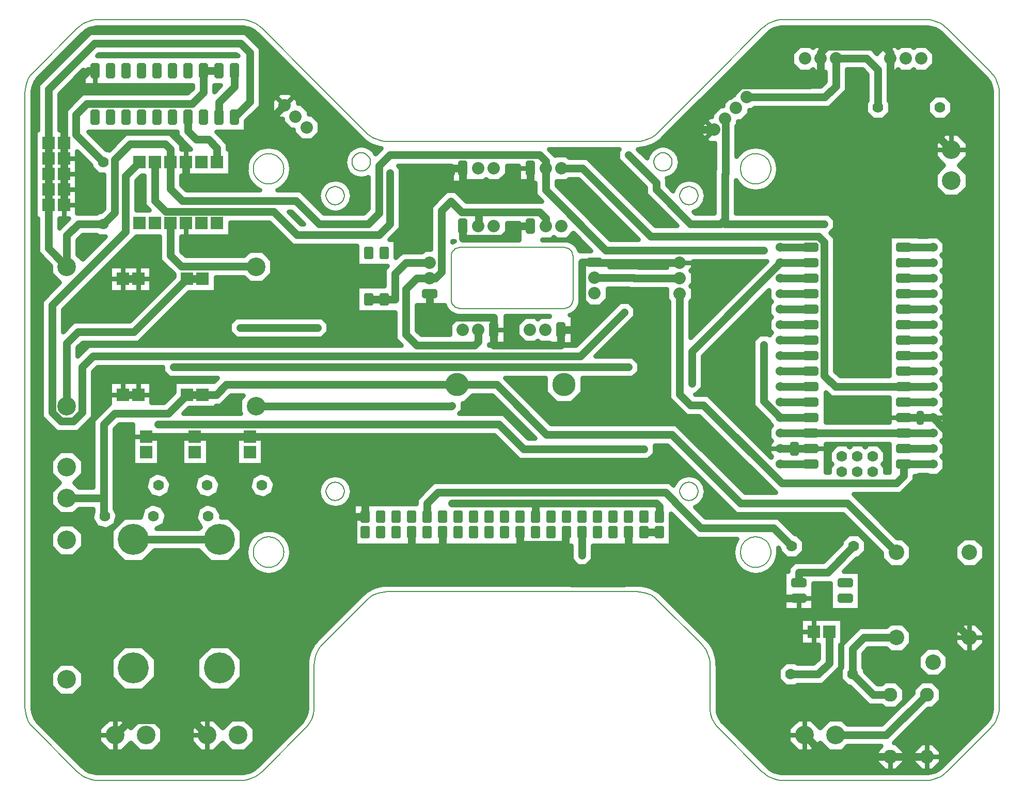
<source format=gbr>
G04 PROTEUS GERBER X2 FILE*
%TF.GenerationSoftware,Labcenter,Proteus,8.9-SP0-Build27865*%
%TF.CreationDate,2021-06-19T08:02:23+00:00*%
%TF.FileFunction,Copper,L2,Bot*%
%TF.FilePolarity,Positive*%
%TF.Part,Single*%
%TF.SameCoordinates,{64bffbd5-d61a-4640-9b31-8bd0ff2465da}*%
%FSLAX45Y45*%
%MOMM*%
G01*
%TA.AperFunction,Conductor*%
%ADD10C,1.270000*%
%TA.AperFunction,ViaPad*%
%ADD11C,1.016000*%
%TA.AperFunction,Conductor*%
%ADD12C,0.762000*%
%AMPPAD003*
4,1,36,
-0.457200,1.016000,
0.457200,1.016000,
0.519520,1.009940,
0.577160,0.992490,
0.628980,0.964770,
0.673890,0.927890,
0.710760,0.882980,
0.738480,0.831160,
0.755930,0.773520,
0.762000,0.711200,
0.762000,-0.711200,
0.755930,-0.773520,
0.738480,-0.831160,
0.710760,-0.882980,
0.673890,-0.927890,
0.628980,-0.964770,
0.577160,-0.992490,
0.519520,-1.009940,
0.457200,-1.016000,
-0.457200,-1.016000,
-0.519520,-1.009940,
-0.577160,-0.992490,
-0.628980,-0.964770,
-0.673890,-0.927890,
-0.710760,-0.882980,
-0.738480,-0.831160,
-0.755930,-0.773520,
-0.762000,-0.711200,
-0.762000,0.711200,
-0.755930,0.773520,
-0.738480,0.831160,
-0.710760,0.882980,
-0.673890,0.927890,
-0.628980,0.964770,
-0.577160,0.992490,
-0.519520,1.009940,
-0.457200,1.016000,
0*%
%TA.AperFunction,ComponentPad*%
%ADD13PPAD003*%
%AMDIL004*
4,1,8,
-0.762000,0.965200,-0.457200,1.270000,0.457200,1.270000,0.762000,0.965200,0.762000,-0.965200,
0.457200,-1.270000,-0.457200,-1.270000,-0.762000,-0.965200,-0.762000,0.965200,
0*%
%TA.AperFunction,ComponentPad*%
%ADD14DIL004*%
%ADD15C,2.032000*%
%AMDIL006*
4,1,8,
-1.270000,0.457200,-0.965200,0.762000,0.965200,0.762000,1.270000,0.457200,1.270000,-0.457200,
0.965200,-0.762000,-0.965200,-0.762000,-1.270000,-0.457200,-1.270000,0.457200,
0*%
%ADD16DIL006*%
%TA.AperFunction,ComponentPad*%
%ADD17C,3.048000*%
%TA.AperFunction,ComponentPad*%
%ADD18C,1.778000*%
%TA.AperFunction,ComponentPad*%
%ADD19R,2.032000X2.032000*%
%TA.AperFunction,ComponentPad*%
%ADD70C,5.080000*%
%ADD71C,3.810000*%
%TA.AperFunction,ComponentPad*%
%ADD20C,2.540000*%
%TA.AperFunction,ComponentPad*%
%ADD21C,2.286000*%
%TA.AperFunction,WasherPad*%
%ADD22C,1.524000*%
%TA.AperFunction,Profile*%
%ADD23C,0.203200*%
%TD.AperFunction*%
G36*
X+6820442Y+5610212D02*
X+6858392Y+5604585D01*
X+6894506Y+5595486D01*
X+6928660Y+5583124D01*
X+6960790Y+5567663D01*
X+6990743Y+5549291D01*
X+7018429Y+5528135D01*
X+7047008Y+5501230D01*
X+7750200Y+4798038D01*
X+7777105Y+4769459D01*
X+7798260Y+4741774D01*
X+7816635Y+4711819D01*
X+7832093Y+4679691D01*
X+7844456Y+4645536D01*
X+7853555Y+4609422D01*
X+7859182Y+4571472D01*
X+7861260Y+4528781D01*
X+7861260Y-5533031D01*
X+7859182Y-5575722D01*
X+7853555Y-5613672D01*
X+7844456Y-5649786D01*
X+7832093Y-5683941D01*
X+7816635Y-5716069D01*
X+7798260Y-5746024D01*
X+7777105Y-5773709D01*
X+7750200Y-5802288D01*
X+7047008Y-6505480D01*
X+7018429Y-6532385D01*
X+6990743Y-6553541D01*
X+6960790Y-6571913D01*
X+6928660Y-6587374D01*
X+6894506Y-6599736D01*
X+6858392Y-6608835D01*
X+6820442Y-6614462D01*
X+6777751Y-6616540D01*
X+4452144Y-6616540D01*
X+4409453Y-6614462D01*
X+4371503Y-6608835D01*
X+4335389Y-6599736D01*
X+4301235Y-6587374D01*
X+4269105Y-6571913D01*
X+4239152Y-6553541D01*
X+4211466Y-6532385D01*
X+4182887Y-6505480D01*
X+3479695Y-5802288D01*
X+3452790Y-5773709D01*
X+3431634Y-5746023D01*
X+3413262Y-5716072D01*
X+3397802Y-5683941D01*
X+3385438Y-5649784D01*
X+3376340Y-5613672D01*
X+3370713Y-5575722D01*
X+3368635Y-5533031D01*
X+3368635Y-4848467D01*
X+3368487Y-4845425D01*
X+3365664Y-4787423D01*
X+3356419Y-4725066D01*
X+3341232Y-4664791D01*
X+3320313Y-4607000D01*
X+3293904Y-4552111D01*
X+3262229Y-4500473D01*
X+3225576Y-4452506D01*
X+3187318Y-4411869D01*
X+2478824Y-3703375D01*
X+2477453Y-3702084D01*
X+2438187Y-3665117D01*
X+2390220Y-3628464D01*
X+2338584Y-3596791D01*
X+2283695Y-3570380D01*
X+2225892Y-3549458D01*
X+2165628Y-3534275D01*
X+2103268Y-3525029D01*
X+2042225Y-3522058D01*
X-2042306Y-3522058D01*
X-2045348Y-3522206D01*
X-2103350Y-3525029D01*
X-2165707Y-3534274D01*
X-2225976Y-3549459D01*
X-2283771Y-3570378D01*
X-2338664Y-3596791D01*
X-2390300Y-3628464D01*
X-2438267Y-3665117D01*
X-2478904Y-3703375D01*
X-3187398Y-4411869D01*
X-3188689Y-4413240D01*
X-3225656Y-4452506D01*
X-3262309Y-4500473D01*
X-3293984Y-4552111D01*
X-3320393Y-4607000D01*
X-3341312Y-4664791D01*
X-3356499Y-4725066D01*
X-3365744Y-4787423D01*
X-3368715Y-4848467D01*
X-3368715Y-5533031D01*
X-3370793Y-5575722D01*
X-3376420Y-5613672D01*
X-3385518Y-5649784D01*
X-3397882Y-5683941D01*
X-3413342Y-5716072D01*
X-3431714Y-5746023D01*
X-3452870Y-5773709D01*
X-3479775Y-5802288D01*
X-4182967Y-6505480D01*
X-4211546Y-6532385D01*
X-4239232Y-6553541D01*
X-4269185Y-6571913D01*
X-4301317Y-6587375D01*
X-4335467Y-6599735D01*
X-4371584Y-6608835D01*
X-4409532Y-6614462D01*
X-4452224Y-6616540D01*
X-6777831Y-6616540D01*
X-6820522Y-6614462D01*
X-6858472Y-6608835D01*
X-6894586Y-6599736D01*
X-6928740Y-6587374D01*
X-6960870Y-6571913D01*
X-6990823Y-6553541D01*
X-7018509Y-6532385D01*
X-7047088Y-6505480D01*
X-7750280Y-5802288D01*
X-7777185Y-5773709D01*
X-7798340Y-5746024D01*
X-7816715Y-5716069D01*
X-7832173Y-5683941D01*
X-7844536Y-5649786D01*
X-7853635Y-5613672D01*
X-7859262Y-5575722D01*
X-7861340Y-5533031D01*
X-7861340Y+4528781D01*
X-7859262Y+4571472D01*
X-7853635Y+4609422D01*
X-7844536Y+4645536D01*
X-7832173Y+4679691D01*
X-7816715Y+4711819D01*
X-7798340Y+4741774D01*
X-7777185Y+4769459D01*
X-7750280Y+4798038D01*
X-7047092Y+5501226D01*
X-7018506Y+5528138D01*
X-6990835Y+5549282D01*
X-6960866Y+5567665D01*
X-6928747Y+5583120D01*
X-6894578Y+5595488D01*
X-6858472Y+5604585D01*
X-6820522Y+5610212D01*
X-6777831Y+5612290D01*
X-4452224Y+5612290D01*
X-4409532Y+5610212D01*
X-4371584Y+5604585D01*
X-4335467Y+5595485D01*
X-4301317Y+5583125D01*
X-4269185Y+5567663D01*
X-4239232Y+5549291D01*
X-4211546Y+5528135D01*
X-4182967Y+5501230D01*
X-3332261Y+4650524D01*
X-2478899Y+3797167D01*
X-2438262Y+3758909D01*
X-2390302Y+3722259D01*
X-2376294Y+3713667D01*
X-2338667Y+3690585D01*
X-2283775Y+3664173D01*
X-2225982Y+3643253D01*
X-2165707Y+3628066D01*
X-2150180Y+3625764D01*
X-2236726Y+3539218D01*
X-2270127Y+3589849D01*
X-2332198Y+3640262D01*
X-2401595Y+3669645D01*
X-2473629Y+3679191D01*
X-2545663Y+3669645D01*
X-2615060Y+3640262D01*
X-2677131Y+3589849D01*
X-2726998Y+3514259D01*
X-2750648Y+3403910D01*
X-2726998Y+3293561D01*
X-2677131Y+3217971D01*
X-2615060Y+3167558D01*
X-2545663Y+3138175D01*
X-2473629Y+3128629D01*
X-2401595Y+3138175D01*
X-2362198Y+3154856D01*
X-2362198Y+2639046D01*
X-2435845Y+2565399D01*
X-3088655Y+2565399D01*
X-3469655Y+2946399D01*
X-3847073Y+2946399D01*
X-3843102Y+2947658D01*
X-3773726Y+2987150D01*
X-3712222Y+3042709D01*
X-3661529Y+3115526D01*
X-3626982Y+3209416D01*
X-3618187Y+3291111D01*
X-3626982Y+3372806D01*
X-3661529Y+3466696D01*
X-3712222Y+3539513D01*
X-3773726Y+3595072D01*
X-3843102Y+3634564D01*
X-3917184Y+3658050D01*
X-3992920Y+3665770D01*
X-4068656Y+3658050D01*
X-4142738Y+3634564D01*
X-4212114Y+3595072D01*
X-4273618Y+3539513D01*
X-4324311Y+3466696D01*
X-4358858Y+3372806D01*
X-4367653Y+3291111D01*
X-4358858Y+3209416D01*
X-4324311Y+3115526D01*
X-4273618Y+3042709D01*
X-4212114Y+2987150D01*
X-4142738Y+2947658D01*
X-4138767Y+2946399D01*
X-5336555Y+2946399D01*
X-5422201Y+3032045D01*
X-5422201Y+3184101D01*
X-4622101Y+3184101D01*
X-4622101Y+3615899D01*
X-4660201Y+3615899D01*
X-4660201Y+3706128D01*
X-4850774Y+3896701D01*
X-4361501Y+3896701D01*
X-4361501Y+4077055D01*
X-4122201Y+4316355D01*
X-4122201Y+5273645D01*
X-4376355Y+5527799D01*
X-6923645Y+5527799D01*
X-7781799Y+4669645D01*
X-7781799Y+3927899D01*
X-7819899Y+3927899D01*
X-7819899Y+2480101D01*
X-7781799Y+2480101D01*
X-7781799Y+1916355D01*
X-7566699Y+1701255D01*
X-7566699Y+1575530D01*
X-7420256Y+1429088D01*
X-7721599Y+1127745D01*
X-7721599Y-779475D01*
X-7472375Y-1028699D01*
X-7119925Y-1028699D01*
X-6870701Y-779475D01*
X-6870701Y-35545D01*
X-6797055Y+38101D01*
X-5727699Y+38101D01*
X-5727699Y-35547D01*
X-5623547Y-139699D01*
X-4828543Y-139699D01*
X-4886945Y-198101D01*
X-5545899Y-198101D01*
X-5545899Y-378455D01*
X-5713545Y-546101D01*
X-5914101Y-546101D01*
X-5914101Y-198101D01*
X-6599899Y-198101D01*
X-6599899Y-557255D01*
X-6870699Y-828055D01*
X-6870699Y-1930201D01*
X-7100630Y-1930201D01*
X-7176831Y-1854000D01*
X-7033301Y-1710470D01*
X-7033301Y-1489530D01*
X-7189530Y-1333301D01*
X-7410470Y-1333301D01*
X-7566699Y-1489530D01*
X-7566699Y-1710470D01*
X-7423169Y-1854000D01*
X-7566699Y-1997530D01*
X-7566699Y-2218470D01*
X-7410470Y-2374699D01*
X-7189530Y-2374699D01*
X-7100630Y-2285799D01*
X-6870699Y-2285799D01*
X-6870699Y-2335039D01*
X-6897941Y-2436708D01*
X-6813773Y-2582491D01*
X-6651174Y-2626059D01*
X-6505391Y-2541891D01*
X-6461823Y-2379292D01*
X-6515101Y-2287012D01*
X-6515101Y-975345D01*
X-6441455Y-901699D01*
X-6215899Y-901699D01*
X-6215899Y-1569899D01*
X-5784101Y-1569899D01*
X-5784101Y-1079499D01*
X-5415899Y-1079499D01*
X-5415899Y-1569899D01*
X-4984101Y-1569899D01*
X-4984101Y-1079499D01*
X-4515899Y-1079499D01*
X-4515899Y-1569899D01*
X-4084101Y-1569899D01*
X-4084101Y-1079499D01*
X-289545Y-1079499D01*
X+116855Y-1485899D01*
X+2232647Y-1485899D01*
X+2336799Y-1381747D01*
X+2336799Y-1244599D01*
X+2542555Y-1244599D01*
X+3672855Y-2374899D01*
X+5423455Y-2374899D01*
X+6058701Y-3010145D01*
X+6058701Y-3099949D01*
X+6200051Y-3241299D01*
X+6399949Y-3241299D01*
X+6541299Y-3099949D01*
X+6541299Y-2900051D01*
X+6399949Y-2758701D01*
X+6310145Y-2758701D01*
X+5596143Y-2044699D01*
X+6373945Y-2044699D01*
X+6601799Y-1816845D01*
X+6601799Y-1746499D01*
X+6665299Y-1746499D01*
X+6665299Y-1733799D01*
X+6808393Y-1733799D01*
X+6821093Y-1746499D01*
X+6978907Y-1746499D01*
X+7090499Y-1634907D01*
X+7090499Y-1477093D01*
X+7042406Y-1429000D01*
X+7090499Y-1380907D01*
X+7090499Y-1223093D01*
X+7042406Y-1175000D01*
X+7090499Y-1126907D01*
X+7090499Y-969093D01*
X+7042406Y-921000D01*
X+7090499Y-872907D01*
X+7090499Y-715093D01*
X+7042406Y-667000D01*
X+7090499Y-618907D01*
X+7090499Y-461093D01*
X+7042406Y-413000D01*
X+7090499Y-364907D01*
X+7090499Y-207093D01*
X+7042406Y-159000D01*
X+7090499Y-110907D01*
X+7090499Y+46907D01*
X+7042406Y+95000D01*
X+7090499Y+143093D01*
X+7090499Y+300907D01*
X+7042406Y+349000D01*
X+7090499Y+397093D01*
X+7090499Y+554907D01*
X+7042406Y+603000D01*
X+7090499Y+651093D01*
X+7090499Y+808907D01*
X+7042406Y+857000D01*
X+7090499Y+905093D01*
X+7090499Y+1062907D01*
X+7042406Y+1111000D01*
X+7090499Y+1159093D01*
X+7090499Y+1316907D01*
X+7042406Y+1365000D01*
X+7090499Y+1413093D01*
X+7090499Y+1570907D01*
X+7042406Y+1619000D01*
X+7090499Y+1667093D01*
X+7090499Y+1824907D01*
X+7042406Y+1873000D01*
X+7090499Y+1921093D01*
X+7090499Y+2078907D01*
X+6978907Y+2190499D01*
X+6821093Y+2190499D01*
X+6808393Y+2177799D01*
X+6665299Y+2177799D01*
X+6665299Y+2190499D01*
X+6182701Y+2190499D01*
X+6182701Y-108201D01*
X+5376145Y-108201D01*
X+5295899Y-27955D01*
X+5295899Y+2162795D01*
X+5220320Y+2238374D01*
X+5295899Y+2313953D01*
X+5295899Y+2461247D01*
X+5191747Y+2565399D01*
X+3670299Y+2565399D01*
X+3670299Y+3102814D01*
X+3712142Y+3042709D01*
X+3773646Y+2987150D01*
X+3843022Y+2947658D01*
X+3917104Y+2924172D01*
X+3992840Y+2916452D01*
X+4068576Y+2924172D01*
X+4142658Y+2947658D01*
X+4212034Y+2987150D01*
X+4273538Y+3042709D01*
X+4324231Y+3115526D01*
X+4358778Y+3209416D01*
X+4367573Y+3291111D01*
X+4358778Y+3372806D01*
X+4324231Y+3466696D01*
X+4273538Y+3539513D01*
X+4212034Y+3595072D01*
X+4142658Y+3634564D01*
X+4068576Y+3658050D01*
X+3992840Y+3665770D01*
X+3917104Y+3658050D01*
X+3843022Y+3634564D01*
X+3773646Y+3595072D01*
X+3712142Y+3539513D01*
X+3681696Y+3495780D01*
X+3681696Y+3995368D01*
X+3707096Y+4020768D01*
X+3707096Y+4073903D01*
X+3760231Y+4073903D01*
X+3886701Y+4200373D01*
X+3886701Y+4253509D01*
X+3939836Y+4253509D01*
X+3977936Y+4291609D01*
X+5202853Y+4291609D01*
X+5485799Y+4574555D01*
X+5485799Y+4922201D01*
X+5741255Y+4922201D01*
X+5822201Y+4841255D01*
X+5822201Y+4409568D01*
X+5796801Y+4384168D01*
X+5796801Y+4215832D01*
X+5915832Y+4096801D01*
X+6084168Y+4096801D01*
X+6203199Y+4215832D01*
X+6203199Y+4384168D01*
X+6177799Y+4409568D01*
X+6177799Y+4884101D01*
X+6289428Y+4884101D01*
X+6327000Y+4921673D01*
X+6364572Y+4884101D01*
X+6543428Y+4884101D01*
X+6581000Y+4921673D01*
X+6618572Y+4884101D01*
X+6797428Y+4884101D01*
X+6923899Y+5010572D01*
X+6923899Y+5189428D01*
X+6797428Y+5315899D01*
X+6618572Y+5315899D01*
X+6581000Y+5278327D01*
X+6543428Y+5315899D01*
X+6364572Y+5315899D01*
X+6327000Y+5278327D01*
X+6289428Y+5315899D01*
X+6110572Y+5315899D01*
X+5984101Y+5189428D01*
X+5984101Y+5182243D01*
X+5888545Y+5277799D01*
X+5435528Y+5277799D01*
X+5397428Y+5315899D01*
X+5218572Y+5315899D01*
X+5181000Y+5278327D01*
X+5143428Y+5315899D01*
X+4964572Y+5315899D01*
X+4927000Y+5278327D01*
X+4889428Y+5315899D01*
X+4710572Y+5315899D01*
X+4584101Y+5189428D01*
X+4584101Y+5010572D01*
X+4710572Y+4884101D01*
X+4889428Y+4884101D01*
X+4927000Y+4921673D01*
X+4964572Y+4884101D01*
X+5130201Y+4884101D01*
X+5130201Y+4721845D01*
X+5055563Y+4647207D01*
X+3977936Y+4647207D01*
X+3939836Y+4685307D01*
X+3760978Y+4685307D01*
X+3634508Y+4558837D01*
X+3634508Y+4505701D01*
X+3581373Y+4505701D01*
X+3454903Y+4379231D01*
X+3454903Y+4326096D01*
X+3401768Y+4326096D01*
X+3275298Y+4199626D01*
X+3275298Y+4146491D01*
X+3222163Y+4146491D01*
X+3095693Y+4020021D01*
X+3095693Y+3841163D01*
X+3222163Y+3714693D01*
X+3326100Y+3714693D01*
X+3326100Y+3285444D01*
X+3314701Y+3274045D01*
X+3314701Y+2565399D01*
X+3000671Y+2565399D01*
X+2979093Y+2586977D01*
X+3041447Y+2613349D01*
X+3103536Y+2663708D01*
X+3153488Y+2739246D01*
X+3177305Y+2850000D01*
X+3153488Y+2960754D01*
X+3103536Y+3036292D01*
X+3041447Y+3086651D01*
X+2972035Y+3116008D01*
X+2900000Y+3125546D01*
X+2827965Y+3116008D01*
X+2758553Y+3086651D01*
X+2696464Y+3036292D01*
X+2646512Y+2960754D01*
X+2639221Y+2926849D01*
X+2539249Y+3026821D01*
X+2539249Y+3135095D01*
X+2537271Y+3137073D01*
X+2545583Y+3138175D01*
X+2614980Y+3167558D01*
X+2677051Y+3217971D01*
X+2726918Y+3293561D01*
X+2750568Y+3403910D01*
X+2726918Y+3514259D01*
X+2677051Y+3589849D01*
X+2614980Y+3640262D01*
X+2545583Y+3669645D01*
X+2473549Y+3679191D01*
X+2401515Y+3669645D01*
X+2332118Y+3640262D01*
X+2270047Y+3589849D01*
X+2220180Y+3514259D01*
X+2209574Y+3464770D01*
X+2057739Y+3616605D01*
X+2103268Y+3618821D01*
X+2165628Y+3628067D01*
X+2171647Y+3629583D01*
X+2225892Y+3643250D01*
X+2283695Y+3664172D01*
X+2289369Y+3666902D01*
X+2338584Y+3690583D01*
X+2390220Y+3722256D01*
X+2438187Y+3758909D01*
X+2478824Y+3797167D01*
X+4182887Y+5501230D01*
X+4211466Y+5528135D01*
X+4239152Y+5549291D01*
X+4269105Y+5567663D01*
X+4301235Y+5583124D01*
X+4335389Y+5595486D01*
X+4371503Y+5604585D01*
X+4409453Y+5610212D01*
X+4452144Y+5612290D01*
X+6777751Y+5612290D01*
X+6820442Y+5610212D01*
G37*
%LPC*%
G36*
X-3980299Y-2624302D02*
X-3917184Y-2630736D01*
X-3843102Y-2654222D01*
X-3773726Y-2693714D01*
X-3763656Y-2702810D01*
X-3712222Y-2749273D01*
X-3661529Y-2822090D01*
X-3656007Y-2837096D01*
X-3626982Y-2915980D01*
X-3618187Y-2997675D01*
X-3626982Y-3079370D01*
X-3661529Y-3173260D01*
X-3670667Y-3186387D01*
X-3712222Y-3246077D01*
X-3773726Y-3301636D01*
X-3843102Y-3341128D01*
X-3859001Y-3346169D01*
X-3917184Y-3364614D01*
X-3992920Y-3372334D01*
X-4005541Y-3371048D01*
X-4068656Y-3364614D01*
X-4142738Y-3341128D01*
X-4212114Y-3301636D01*
X-4222184Y-3292540D01*
X-4273618Y-3246077D01*
X-4324311Y-3173260D01*
X-4329833Y-3158254D01*
X-4358858Y-3079370D01*
X-4367653Y-2997675D01*
X-4358858Y-2915980D01*
X-4324311Y-2822090D01*
X-4315173Y-2808963D01*
X-4273618Y-2749273D01*
X-4212114Y-2693714D01*
X-4142738Y-2654222D01*
X-4126839Y-2649181D01*
X-4068656Y-2630736D01*
X-3992920Y-2623016D01*
X-3980299Y-2624302D01*
G37*
G36*
X+2916337Y-1726617D02*
X+2972035Y-1733992D01*
X+3041447Y-1763349D01*
X+3103536Y-1813708D01*
X+3153488Y-1889246D01*
X+3177305Y-2000000D01*
X+3153488Y-2110754D01*
X+3103536Y-2186292D01*
X+3041447Y-2236651D01*
X+3025212Y-2243518D01*
X+2999178Y-2254528D01*
X+3170351Y-2425701D01*
X+4361145Y-2425701D01*
X+4632245Y-2696801D01*
X+4668168Y-2696801D01*
X+4787199Y-2815832D01*
X+4787199Y-2984168D01*
X+4668168Y-3103199D01*
X+4499832Y-3103199D01*
X+4380801Y-2984168D01*
X+4380801Y-2948245D01*
X+4360014Y-2927458D01*
X+4367573Y-2997675D01*
X+4358778Y-3079370D01*
X+4324231Y-3173260D01*
X+4315093Y-3186387D01*
X+4273538Y-3246077D01*
X+4212034Y-3301636D01*
X+4142658Y-3341128D01*
X+4126759Y-3346169D01*
X+4068576Y-3364614D01*
X+3992840Y-3372334D01*
X+3980219Y-3371048D01*
X+3917104Y-3364614D01*
X+3843022Y-3341128D01*
X+3773646Y-3301636D01*
X+3763576Y-3292540D01*
X+3712142Y-3246077D01*
X+3661449Y-3173260D01*
X+3655927Y-3158254D01*
X+3626902Y-3079370D01*
X+3618107Y-2997675D01*
X+3626902Y-2915980D01*
X+3661449Y-2822090D01*
X+3670587Y-2808963D01*
X+3689846Y-2781299D01*
X+3023061Y-2781299D01*
X+2603499Y-2361737D01*
X+2603499Y-2886899D01*
X+1320799Y-2886899D01*
X+1320799Y-3121647D01*
X+1216647Y-3225799D01*
X+1069353Y-3225799D01*
X+965201Y-3121647D01*
X+965201Y-2886899D01*
X-2603499Y-2886899D01*
X-2603499Y-2201101D01*
X-1574799Y-2201101D01*
X-1574799Y-2123455D01*
X-1292845Y-1841501D01*
X+2588244Y-1841501D01*
X+2644650Y-1897907D01*
X+2646512Y-1889246D01*
X+2696464Y-1813708D01*
X+2758553Y-1763349D01*
X+2774788Y-1756482D01*
X+2827965Y-1733992D01*
X+2900000Y-1724454D01*
X+2916337Y-1726617D01*
G37*
G36*
X-2883663Y+3123383D02*
X-2827965Y+3116008D01*
X-2758553Y+3086651D01*
X-2696464Y+3036292D01*
X-2646512Y+2960754D01*
X-2622695Y+2850000D01*
X-2646512Y+2739246D01*
X-2696464Y+2663708D01*
X-2758553Y+2613349D01*
X-2774788Y+2606482D01*
X-2827965Y+2583992D01*
X-2900000Y+2574454D01*
X-2972035Y+2583992D01*
X-3041447Y+2613349D01*
X-3103536Y+2663708D01*
X-3153488Y+2739246D01*
X-3177305Y+2850000D01*
X-3153488Y+2960754D01*
X-3103536Y+3036292D01*
X-3041447Y+3086651D01*
X-3025212Y+3093518D01*
X-2972035Y+3116008D01*
X-2900000Y+3125546D01*
X-2883663Y+3123383D01*
G37*
G36*
X-2883663Y-1726617D02*
X-2827965Y-1733992D01*
X-2758553Y-1763349D01*
X-2696464Y-1813708D01*
X-2646512Y-1889246D01*
X-2622695Y-2000000D01*
X-2646512Y-2110754D01*
X-2696464Y-2186292D01*
X-2758553Y-2236651D01*
X-2774788Y-2243518D01*
X-2827965Y-2266008D01*
X-2900000Y-2275546D01*
X-2972035Y-2266008D01*
X-3041447Y-2236651D01*
X-3103536Y-2186292D01*
X-3153488Y-2110754D01*
X-3177305Y-2000000D01*
X-3153488Y-1889246D01*
X-3103536Y-1813708D01*
X-3041447Y-1763349D01*
X-3025212Y-1756482D01*
X-2972035Y-1733992D01*
X-2900000Y-1724454D01*
X-2883663Y-1726617D01*
G37*
G36*
X-5733301Y-5889530D02*
X-5733301Y-6110470D01*
X-5889530Y-6266699D01*
X-6110470Y-6266699D01*
X-6254000Y-6123169D01*
X-6397530Y-6266699D01*
X-6618470Y-6266699D01*
X-6774699Y-6110470D01*
X-6774699Y-5889530D01*
X-6618470Y-5733301D01*
X-6397530Y-5733301D01*
X-6254000Y-5876831D01*
X-6110470Y-5733301D01*
X-5889530Y-5733301D01*
X-5733301Y-5889530D01*
G37*
G36*
X-4225301Y-5889530D02*
X-4225301Y-6110470D01*
X-4381530Y-6266699D01*
X-4602470Y-6266699D01*
X-4746000Y-6123169D01*
X-4889530Y-6266699D01*
X-5110470Y-6266699D01*
X-5266699Y-6110470D01*
X-5266699Y-5889530D01*
X-5110470Y-5733301D01*
X-4889530Y-5733301D01*
X-4746000Y-5876831D01*
X-4602470Y-5733301D01*
X-4381530Y-5733301D01*
X-4225301Y-5889530D01*
G37*
G36*
X-6360554Y-4531701D02*
X-6055446Y-4531701D01*
X-5839701Y-4747446D01*
X-5839701Y-5052554D01*
X-6055446Y-5268299D01*
X-6360554Y-5268299D01*
X-6576299Y-5052554D01*
X-6576299Y-4747446D01*
X-6360554Y-4531701D01*
G37*
G36*
X-4845991Y-2233509D02*
X-4761823Y-2379292D01*
X-4773186Y-2421701D01*
X-4647446Y-2421701D01*
X-4431701Y-2637446D01*
X-4431701Y-2942554D01*
X-4647446Y-3158299D01*
X-4952554Y-3158299D01*
X-5143054Y-2967799D01*
X-5864946Y-2967799D01*
X-6055446Y-3158299D01*
X-6360554Y-3158299D01*
X-6576299Y-2942554D01*
X-6576299Y-2637446D01*
X-6360554Y-2421701D01*
X-6093920Y-2421701D01*
X-6054373Y-2274109D01*
X-5908590Y-2189941D01*
X-5745991Y-2233509D01*
X-5661823Y-2379292D01*
X-5705391Y-2541891D01*
X-5827171Y-2612201D01*
X-5143054Y-2612201D01*
X-5113435Y-2582582D01*
X-5113773Y-2582491D01*
X-5197941Y-2436708D01*
X-5154373Y-2274109D01*
X-5008590Y-2189941D01*
X-4845991Y-2233509D01*
G37*
G36*
X-4952554Y-4531701D02*
X-4647446Y-4531701D01*
X-4431701Y-4747446D01*
X-4431701Y-5052554D01*
X-4647446Y-5268299D01*
X-4952554Y-5268299D01*
X-5168299Y-5052554D01*
X-5168299Y-4747446D01*
X-4952554Y-4531701D01*
G37*
G36*
X-7566699Y-5196470D02*
X-7566699Y-4975530D01*
X-7410470Y-4819301D01*
X-7189530Y-4819301D01*
X-7033301Y-4975530D01*
X-7033301Y-5196470D01*
X-7189530Y-5352699D01*
X-7410470Y-5352699D01*
X-7566699Y-5196470D01*
G37*
G36*
X-7566699Y-2910470D02*
X-7566699Y-2689530D01*
X-7410470Y-2533301D01*
X-7189530Y-2533301D01*
X-7033301Y-2689530D01*
X-7033301Y-2910470D01*
X-7189530Y-3066699D01*
X-7410470Y-3066699D01*
X-7566699Y-2910470D01*
G37*
G36*
X+5415899Y-4498457D02*
X+5692155Y-4222201D01*
X+6136551Y-4222201D01*
X+6200051Y-4158701D01*
X+6399949Y-4158701D01*
X+6541299Y-4300051D01*
X+6541299Y-4499949D01*
X+6399949Y-4641299D01*
X+6200051Y-4641299D01*
X+6136551Y-4577799D01*
X+5839445Y-4577799D01*
X+5761799Y-4655445D01*
X+5761799Y-4890432D01*
X+5787199Y-4915832D01*
X+5787199Y-4951755D01*
X+5991645Y-5156201D01*
X+6054511Y-5156201D01*
X+6105311Y-5105401D01*
X+6294689Y-5105401D01*
X+6428599Y-5239311D01*
X+6428599Y-5428689D01*
X+6294689Y-5562599D01*
X+6105311Y-5562599D01*
X+6054511Y-5511799D01*
X+5844355Y-5511799D01*
X+5535755Y-5203199D01*
X+5499832Y-5203199D01*
X+5380801Y-5084168D01*
X+5380801Y-4915832D01*
X+5406201Y-4890432D01*
X+5406201Y-4515899D01*
X+5377799Y-4515899D01*
X+5377799Y-4890145D01*
X+5090145Y-5177799D01*
X+4677568Y-5177799D01*
X+4652168Y-5203199D01*
X+4483832Y-5203199D01*
X+4364801Y-5084168D01*
X+4364801Y-4915832D01*
X+4483832Y-4796801D01*
X+4652168Y-4796801D01*
X+4677568Y-4822201D01*
X+4942855Y-4822201D01*
X+5022201Y-4742855D01*
X+5022201Y-4515899D01*
X+4730101Y-4515899D01*
X+4730101Y-4084101D01*
X+5415899Y-4084101D01*
X+5415899Y-4498457D01*
G37*
G36*
X+7741299Y-4300051D02*
X+7741299Y-4499949D01*
X+7599949Y-4641299D01*
X+7400051Y-4641299D01*
X+7258701Y-4499949D01*
X+7258701Y-4300051D01*
X+7400051Y-4158701D01*
X+7599949Y-4158701D01*
X+7741299Y-4300051D01*
G37*
G36*
X+7141299Y-4700051D02*
X+7141299Y-4899949D01*
X+6999949Y-5041299D01*
X+6800051Y-5041299D01*
X+6658701Y-4899949D01*
X+6658701Y-4700051D01*
X+6800051Y-4558701D01*
X+6999949Y-4558701D01*
X+7141299Y-4700051D01*
G37*
G36*
X+7741299Y-2900051D02*
X+7741299Y-3099949D01*
X+7599949Y-3241299D01*
X+7400051Y-3241299D01*
X+7258701Y-3099949D01*
X+7258701Y-2900051D01*
X+7400051Y-2758701D01*
X+7599949Y-2758701D01*
X+7741299Y-2900051D01*
G37*
G36*
X+6812801Y+4215832D02*
X+6812801Y+4384168D01*
X+6931832Y+4503199D01*
X+7100168Y+4503199D01*
X+7219199Y+4384168D01*
X+7219199Y+4215832D01*
X+7100168Y+4096801D01*
X+6931832Y+4096801D01*
X+6812801Y+4215832D01*
G37*
G36*
X+5803199Y-2815832D02*
X+5803199Y-2984168D01*
X+5684168Y-3103199D01*
X+5648245Y-3103199D01*
X+5441943Y-3309501D01*
X+5703299Y-3309501D01*
X+5703299Y-3944499D01*
X+5220701Y-3944499D01*
X+5220701Y-3505199D01*
X+4941299Y-3505199D01*
X+4941299Y-3944499D01*
X+4458701Y-3944499D01*
X+4458701Y-3309501D01*
X+4522201Y-3309501D01*
X+4522201Y-3253755D01*
X+4626355Y-3149601D01*
X+5098955Y-3149601D01*
X+5396801Y-2851755D01*
X+5396801Y-2815832D01*
X+5515832Y-2696801D01*
X+5684168Y-2696801D01*
X+5803199Y-2815832D01*
G37*
G36*
X+7028599Y-5239311D02*
X+7028599Y-5428689D01*
X+6894689Y-5562599D01*
X+6822845Y-5562599D01*
X+6264043Y-6121401D01*
X+6294689Y-6121401D01*
X+6428599Y-6255311D01*
X+6428599Y-6444689D01*
X+6294689Y-6578599D01*
X+6105311Y-6578599D01*
X+5971401Y-6444689D01*
X+5971401Y-6255311D01*
X+6048913Y-6177799D01*
X+5499370Y-6177799D01*
X+5410470Y-6266699D01*
X+5189530Y-6266699D01*
X+5046000Y-6123169D01*
X+4902470Y-6266699D01*
X+4681530Y-6266699D01*
X+4525301Y-6110470D01*
X+4525301Y-5889530D01*
X+4681530Y-5733301D01*
X+4902470Y-5733301D01*
X+5046000Y-5876831D01*
X+5189530Y-5733301D01*
X+5410470Y-5733301D01*
X+5499370Y-5822201D01*
X+6060355Y-5822201D01*
X+6571401Y-5311155D01*
X+6571401Y-5239311D01*
X+6705311Y-5105401D01*
X+6894689Y-5105401D01*
X+7028599Y-5239311D01*
G37*
G36*
X-5933891Y-2074491D02*
X-6018059Y-1928708D01*
X-5974491Y-1766109D01*
X-5828708Y-1681941D01*
X-5666109Y-1725509D01*
X-5581941Y-1871292D01*
X-5625509Y-2033891D01*
X-5771292Y-2118059D01*
X-5933891Y-2074491D01*
G37*
G36*
X-5133891Y-2074491D02*
X-5218059Y-1928708D01*
X-5174491Y-1766109D01*
X-5028708Y-1681941D01*
X-4866109Y-1725509D01*
X-4781941Y-1871292D01*
X-4825509Y-2033891D01*
X-4971292Y-2118059D01*
X-5133891Y-2074491D01*
G37*
G36*
X-4233891Y-2074491D02*
X-4318059Y-1928708D01*
X-4274491Y-1766109D01*
X-4128708Y-1681941D01*
X-3966109Y-1725509D01*
X-3881941Y-1871292D01*
X-3925509Y-2033891D01*
X-4071292Y-2118059D01*
X-4233891Y-2074491D01*
G37*
G36*
X+6705311Y-6121401D02*
X+6894689Y-6121401D01*
X+7028599Y-6255311D01*
X+7028599Y-6444689D01*
X+6894689Y-6578599D01*
X+6705311Y-6578599D01*
X+6571401Y-6444689D01*
X+6571401Y-6255311D01*
X+6705311Y-6121401D01*
G37*
G36*
X+7466699Y+3718470D02*
X+7466699Y+3497530D01*
X+7323169Y+3354000D01*
X+7466699Y+3210470D01*
X+7466699Y+2989530D01*
X+7310470Y+2833301D01*
X+7089530Y+2833301D01*
X+6933301Y+2989530D01*
X+6933301Y+3210470D01*
X+7076831Y+3354000D01*
X+6933301Y+3497530D01*
X+6933301Y+3718470D01*
X+7089530Y+3874699D01*
X+7310470Y+3874699D01*
X+7466699Y+3718470D01*
G37*
G36*
X-3513706Y+4419034D02*
X-3513706Y+4365899D01*
X-3460571Y+4365899D01*
X-3334101Y+4239429D01*
X-3334101Y+4186293D01*
X-3280965Y+4186293D01*
X-3154495Y+4059823D01*
X-3154495Y+3880965D01*
X-3280965Y+3754495D01*
X-3459823Y+3754495D01*
X-3586293Y+3880965D01*
X-3586293Y+3934101D01*
X-3639429Y+3934101D01*
X-3765899Y+4060571D01*
X-3765899Y+4113706D01*
X-3819034Y+4113706D01*
X-3945504Y+4240176D01*
X-3945504Y+4419034D01*
X-3819034Y+4545504D01*
X-3640176Y+4545504D01*
X-3513706Y+4419034D01*
G37*
G36*
X-692150Y-1725472D02*
X-692150Y-1678128D01*
X-658672Y-1644650D01*
X-611328Y-1644650D01*
X-577850Y-1678128D01*
X-577850Y-1725472D01*
X-611328Y-1758950D01*
X-658672Y-1758950D01*
X-692150Y-1725472D01*
G37*
%LPD*%
G36*
X+1727202Y+3591546D02*
X+1727202Y+3444254D01*
X+2183651Y+2987805D01*
X+2183651Y+2879531D01*
X+2700983Y+2362199D01*
X+2346945Y+2362199D01*
X+1231345Y+3477799D01*
X+931528Y+3477799D01*
X+893428Y+3515899D01*
X+714572Y+3515899D01*
X+708208Y+3509536D01*
X+601894Y+3615850D01*
X+1751506Y+3615850D01*
X+1727202Y+3591546D01*
G37*
G36*
X-4492743Y+5141299D02*
X-6807257Y+5141299D01*
X-6776355Y+5172201D01*
X-4523645Y+5172201D01*
X-4492743Y+5141299D01*
G37*
G36*
X-4882201Y+4556742D02*
X-4882201Y+4658701D01*
X-4780242Y+4658701D01*
X-4882201Y+4556742D01*
G37*
G36*
X-7028499Y+4658701D02*
X-5237799Y+4658701D01*
X-5237799Y+4614845D01*
X-5318745Y+4533899D01*
X-7045945Y+4533899D01*
X-7327899Y+4251945D01*
X-7327899Y+3927899D01*
X-7426201Y+3927899D01*
X-7426201Y+4522355D01*
X-7028499Y+4920057D01*
X-7028499Y+4658701D01*
G37*
G36*
X-5491797Y+3837668D02*
X-5270027Y+3615899D01*
X-5422201Y+3615899D01*
X-5422201Y+3687145D01*
X-5612855Y+3877799D01*
X-6334745Y+3877799D01*
X-6612588Y+3599956D01*
X-6615832Y+3603199D01*
X-6651755Y+3603199D01*
X-6945257Y+3896701D01*
X-5491797Y+3896701D01*
X-5491797Y+3837668D01*
G37*
G36*
X+105501Y+3058701D02*
X+372201Y+3058701D01*
X+372201Y+2868855D01*
X+485157Y+2755899D01*
X-751855Y+2755899D01*
X-929654Y+2933698D01*
X-1076946Y+2933698D01*
X-1333499Y+2677145D01*
X-1333499Y+1969899D01*
X-1439428Y+1969899D01*
X-1477528Y+1931799D01*
X-1812145Y+1931799D01*
X-1909501Y+1834443D01*
X-1909501Y+2127899D01*
X-2014857Y+2127899D01*
X-1828801Y+2313955D01*
X-1828801Y+3299447D01*
X-1869455Y+3340101D01*
X-998499Y+3340101D01*
X-998499Y+3058701D01*
X-617501Y+3058701D01*
X-617501Y+3084101D01*
X-464572Y+3084101D01*
X-427000Y+3121673D01*
X-389428Y+3084101D01*
X-210572Y+3084101D01*
X-84101Y+3210572D01*
X-84101Y+3340101D01*
X+105501Y+3340101D01*
X+105501Y+3058701D01*
G37*
%LPC*%
G36*
X-1619250Y+2554428D02*
X-1619250Y+2601772D01*
X-1585772Y+2635250D01*
X-1538428Y+2635250D01*
X-1504950Y+2601772D01*
X-1504950Y+2554428D01*
X-1538428Y+2520950D01*
X-1585772Y+2520950D01*
X-1619250Y+2554428D01*
G37*
%LPD*%
G36*
X-6031799Y+2768600D02*
X-6031799Y+2694955D01*
X-5952743Y+2615899D01*
X-6159501Y+2615899D01*
X-6159501Y+3097055D01*
X-6072455Y+3184101D01*
X-6031799Y+3184101D01*
X-6031799Y+2768600D01*
G37*
G36*
X-6903199Y+3351755D02*
X-6903199Y+3315832D01*
X-6784168Y+3196801D01*
X-6692899Y+3196801D01*
X-6692899Y+2642545D01*
X-6748245Y+2587199D01*
X-6784168Y+2587199D01*
X-6809568Y+2561799D01*
X-7134101Y+2561798D01*
X-7134101Y+3582657D01*
X-6903199Y+3351755D01*
G37*
G36*
X-3413743Y+2387599D02*
X-3456955Y+2387599D01*
X-3660157Y+2590801D01*
X-3616945Y+2590801D01*
X-3413743Y+2387599D01*
G37*
G36*
X-7425722Y+2321722D02*
X-7426201Y+2321243D01*
X-7426201Y+2480101D01*
X-7267343Y+2480101D01*
X-7425722Y+2321722D01*
G37*
G36*
X+1292557Y+1948499D02*
X+1108701Y+1948499D01*
X+1108701Y+1941289D01*
X+1103982Y+1956874D01*
X+1078756Y+2004043D01*
X+1045070Y+2045072D01*
X+1004043Y+2078756D01*
X+956877Y+2103981D01*
X+904966Y+2119698D01*
X+856033Y+2124460D01*
X+490499Y+2124460D01*
X+490499Y+2134101D01*
X+643428Y+2134101D01*
X+681000Y+2171673D01*
X+718572Y+2134101D01*
X+897428Y+2134101D01*
X+1002192Y+2238864D01*
X+1292557Y+1948499D01*
G37*
G36*
X+109501Y+2124460D02*
X-617501Y+2124460D01*
X-617501Y+2134101D01*
X-464572Y+2134101D01*
X-427000Y+2171673D01*
X-389428Y+2134101D01*
X-210572Y+2134101D01*
X-84101Y+2260572D01*
X-84101Y+2400301D01*
X+109501Y+2400301D01*
X+109501Y+2124460D01*
G37*
G36*
X+2072657Y+2133599D02*
X+1610345Y+2133599D01*
X+727799Y+3016145D01*
X+727799Y+3084101D01*
X+893428Y+3084101D01*
X+931528Y+3122201D01*
X+1084055Y+3122201D01*
X+2072657Y+2133599D01*
G37*
G36*
X-945097Y+2107548D02*
X-956877Y+2103981D01*
X-977901Y+2092737D01*
X-977901Y+2108701D01*
X-941289Y+2108701D01*
X-945097Y+2107548D01*
G37*
G36*
X-6809568Y+2206201D02*
X-6784168Y+2180801D01*
X-6668543Y+2180801D01*
X-7043088Y+1806256D01*
X-7122201Y+1885370D01*
X-7122201Y+2122355D01*
X-7038354Y+2206202D01*
X-6809568Y+2206201D01*
G37*
G36*
X+2534101Y+1677799D02*
X+2071546Y+1677798D01*
X+2067545Y+1681799D01*
X+1591299Y+1681799D01*
X+1591299Y+1778001D01*
X+2534101Y+1778001D01*
X+2534101Y+1677799D01*
G37*
G36*
X-3604245Y+2032001D02*
X-2544499Y+2032001D01*
X-2544499Y+1696101D01*
X-2047843Y+1696101D01*
X-2095499Y+1648445D01*
X-2095499Y+1365899D01*
X-2544499Y+1365899D01*
X-2544499Y+934101D01*
X-1917699Y+934101D01*
X-1917699Y+497855D01*
X-1813543Y+393699D01*
X-6944345Y+393699D01*
X-7122201Y+215843D01*
X-7122201Y+358155D01*
X-7042824Y+437532D01*
X-6127024Y+437532D01*
X-5294455Y+1270101D01*
X-4860101Y+1270101D01*
X-4860101Y+1511301D01*
X-4402470Y+1511301D01*
X-4310470Y+1419301D01*
X-4089530Y+1419301D01*
X-3933301Y+1575530D01*
X-3933301Y+1796470D01*
X-4089530Y+1952699D01*
X-4310470Y+1952699D01*
X-4396270Y+1866899D01*
X-5348555Y+1866899D01*
X-5422201Y+1940545D01*
X-5422201Y+2184101D01*
X-4622101Y+2184101D01*
X-4622101Y+2413001D01*
X-3985245Y+2413001D01*
X-3604245Y+2032001D01*
G37*
%LPC*%
G36*
X-3009902Y+759446D02*
X-3009902Y+612154D01*
X-3117541Y+504515D01*
X-4527859Y+504515D01*
X-4635498Y+612154D01*
X-4635498Y+759446D01*
X-4531346Y+863598D01*
X-4384054Y+863598D01*
X-4380569Y+860113D01*
X-3264831Y+860113D01*
X-3261346Y+863598D01*
X-3114054Y+863598D01*
X-3009902Y+759446D01*
G37*
%LPD*%
G36*
X-1107548Y+1054903D02*
X-1103982Y+1043126D01*
X-1078756Y+995957D01*
X-1045070Y+954928D01*
X-1004043Y+921244D01*
X-956877Y+896019D01*
X-904966Y+880302D01*
X-856033Y+875540D01*
X-490499Y+875540D01*
X-490499Y+865899D01*
X-643428Y+865899D01*
X-681000Y+828327D01*
X-718572Y+865899D01*
X-897428Y+865899D01*
X-1023899Y+739428D01*
X-1023899Y+571499D01*
X-1488455Y+571499D01*
X-1562101Y+645145D01*
X-1562101Y+1055501D01*
X-1108701Y+1055501D01*
X-1108701Y+1058711D01*
X-1107548Y+1054903D01*
G37*
G36*
X-5777799Y+1866900D02*
X-5777799Y+1793255D01*
X-5545899Y+1561355D01*
X-5545899Y+1521545D01*
X-6274316Y+793128D01*
X-7190116Y+793128D01*
X-7366001Y+617243D01*
X-7366001Y+980455D01*
X-6162355Y+2184101D01*
X-5777799Y+2184101D01*
X-5777799Y+1866900D01*
G37*
%LPC*%
G36*
X-5914101Y+1270101D02*
X-6599899Y+1270101D01*
X-6599899Y+1701899D01*
X-5914101Y+1701899D01*
X-5914101Y+1270101D01*
G37*
%LPD*%
G36*
X+4209501Y+1159093D02*
X+4257594Y+1111000D01*
X+4209501Y+1062907D01*
X+4209501Y+905093D01*
X+4257594Y+857000D01*
X+4209501Y+808907D01*
X+4209501Y+651093D01*
X+4257594Y+603000D01*
X+4219970Y+565376D01*
X+4201147Y+584199D01*
X+4053853Y+584199D01*
X+3949701Y+480047D01*
X+3949701Y-595145D01*
X+4209501Y-854945D01*
X+4209501Y-872907D01*
X+4257594Y-921000D01*
X+4209501Y-969093D01*
X+4209501Y-1126907D01*
X+4257594Y-1175000D01*
X+4209501Y-1223093D01*
X+4209501Y-1380907D01*
X+4257594Y-1429000D01*
X+4245369Y-1441225D01*
X+3210545Y-406401D01*
X+3001445Y-406401D01*
X+3001443Y-406399D01*
X+3020047Y-406399D01*
X+3124199Y-302247D01*
X+3124199Y+218755D01*
X+4209501Y+1304057D01*
X+4209501Y+1159093D01*
G37*
G36*
X+2927799Y+525243D02*
X+2927799Y+1118472D01*
X+2965899Y+1156572D01*
X+2965899Y+1335428D01*
X+2928327Y+1373000D01*
X+2965899Y+1410572D01*
X+2965899Y+1589428D01*
X+2928327Y+1627000D01*
X+2965899Y+1664572D01*
X+2965899Y+1778001D01*
X+4180557Y+1778001D01*
X+2927799Y+525243D01*
G37*
G36*
X+1134101Y+1414572D02*
X+1171673Y+1377000D01*
X+1134101Y+1339428D01*
X+1134101Y+1160572D01*
X+1260572Y+1034101D01*
X+1439428Y+1034101D01*
X+1565899Y+1160572D01*
X+1565899Y+1326201D01*
X+1920255Y+1326201D01*
X+1924254Y+1322202D01*
X+1997900Y+1322202D01*
X+2534101Y+1322201D01*
X+2534101Y+1156572D01*
X+2572201Y+1118472D01*
X+2572201Y-480045D01*
X+2854155Y-761999D01*
X+3063255Y-761999D01*
X+4320557Y-2019301D01*
X+3820145Y-2019301D01*
X+2689845Y-889001D01*
X+636445Y-889001D01*
X-112857Y-139699D01*
X+545201Y-139699D01*
X+545201Y-376252D01*
X+723748Y-554799D01*
X+976252Y-554799D01*
X+1154799Y-376252D01*
X+1154799Y-139699D01*
X+1978647Y-139699D01*
X+2082799Y-35547D01*
X+2082799Y+111747D01*
X+1978647Y+215899D01*
X+1369043Y+215899D01*
X+2019298Y+866154D01*
X+2019298Y+1013446D01*
X+1915146Y+1117598D01*
X+1767854Y+1117598D01*
X+1043955Y+393699D01*
X-376201Y+393699D01*
X-376201Y+408701D01*
X-109501Y+408701D01*
X-109501Y+875540D01*
X+609501Y+875540D01*
X+609501Y+865899D01*
X+456572Y+865899D01*
X+419000Y+828327D01*
X+381428Y+865899D01*
X+202572Y+865899D01*
X+76101Y+739428D01*
X+76101Y+560572D01*
X+202572Y+434101D01*
X+381428Y+434101D01*
X+419000Y+471673D01*
X+456572Y+434101D01*
X+609501Y+434101D01*
X+609501Y+408701D01*
X+990499Y+408701D01*
X+990499Y+891299D01*
X+941289Y+891299D01*
X+956877Y+896019D01*
X+1004043Y+921244D01*
X+1045070Y+954928D01*
X+1078756Y+995957D01*
X+1103982Y+1043126D01*
X+1119698Y+1095034D01*
X+1124460Y+1143967D01*
X+1124460Y+1567501D01*
X+1134101Y+1567501D01*
X+1134101Y+1414572D01*
G37*
G36*
X-4466699Y-489530D02*
X-4466699Y-710470D01*
X-4453268Y-723901D01*
X-5388457Y-723901D01*
X-5294455Y-629899D01*
X-4860101Y-629899D01*
X-4860101Y-591799D01*
X-4777755Y-591799D01*
X-4613755Y-427799D01*
X-4404968Y-427799D01*
X-4466699Y-489530D01*
G37*
G36*
X+6709501Y-870201D02*
X+6665299Y-870201D01*
X+6665299Y-717799D01*
X+6709501Y-717799D01*
X+6709501Y-870201D01*
G37*
G36*
X+5176778Y-411722D02*
X+5228855Y-463799D01*
X+6182701Y-463799D01*
X+6182701Y-870201D01*
X+5141299Y-870201D01*
X+5141299Y-376243D01*
X+5176778Y-411722D01*
G37*
G36*
X+374857Y-1130301D02*
X+264145Y-1130301D01*
X-142255Y-723901D01*
X-866157Y-723901D01*
X-812802Y-670546D01*
X-812802Y-554799D01*
X-773748Y-554799D01*
X-646748Y-427799D01*
X-327645Y-427799D01*
X+374857Y-1130301D01*
G37*
G36*
X+4658701Y-1238499D02*
X+4658701Y-1378201D01*
X+4590499Y-1378201D01*
X+4590499Y-1225799D01*
X+4658701Y-1225799D01*
X+4658701Y-1238499D01*
G37*
G36*
X+6182701Y-1225799D02*
X+6182701Y-1689101D01*
X+6119199Y-1689101D01*
X+6119199Y-1598832D01*
X+6076367Y-1556000D01*
X+6119199Y-1513168D01*
X+6119199Y-1344832D01*
X+6000168Y-1225801D01*
X+5831832Y-1225801D01*
X+5789000Y-1268633D01*
X+5746168Y-1225801D01*
X+5577832Y-1225801D01*
X+5535000Y-1268633D01*
X+5492168Y-1225801D01*
X+5323832Y-1225801D01*
X+5204801Y-1344832D01*
X+5204801Y-1513168D01*
X+5247633Y-1556000D01*
X+5204801Y-1598832D01*
X+5204801Y-1689101D01*
X+5141299Y-1689101D01*
X+5141299Y-1225797D01*
X+6182701Y-1225799D01*
G37*
D10*
X-5060000Y+4900000D02*
X-5060000Y+4541200D01*
X-5245100Y+4356100D01*
X-6972300Y+4356100D01*
X-7150100Y+4178300D01*
X-7150100Y+3850100D01*
X-6700000Y+3400000D01*
X+5600000Y-2900000D02*
X+5172600Y-3327400D01*
X+4700000Y-3327400D01*
X+4700000Y-3500000D01*
X+5584000Y-5000000D02*
X+5584000Y-4581800D01*
X+5765800Y-4400000D01*
X+6300000Y-4400000D01*
X+5584000Y-5000000D02*
X+5918000Y-5334000D01*
X+6200000Y-5334000D01*
X+4568000Y-5000000D02*
X+5016500Y-5000000D01*
X+5200000Y-4816500D01*
X+5200000Y-4300000D01*
X+6800000Y-5334000D02*
X+6134000Y-6000000D01*
X+5300000Y-6000000D01*
X-900000Y-250000D02*
X-254000Y-250000D01*
X+562800Y-1066800D01*
X+2616200Y-1066800D01*
X+3746500Y-2197100D01*
X+5497100Y-2197100D01*
X+6300000Y-3000000D01*
X-5330000Y-414000D02*
X-5639900Y-723900D01*
X-6515100Y-723900D01*
X-6692900Y-901700D01*
X-6692900Y-2108200D01*
X-900000Y-250000D02*
X-4687400Y-250000D01*
X-4851400Y-414000D01*
X-5076000Y-414000D01*
X-6692900Y-2108200D02*
X-6692900Y-2394982D01*
X-6679882Y-2408000D01*
X-6692900Y-2108200D02*
X-6693100Y-2108000D01*
X-7300000Y-2108000D01*
X-4813300Y+1689100D02*
X-5422200Y+1689100D01*
X-5600000Y+1866900D01*
X-5600000Y+2400000D01*
X-4813300Y+1689100D02*
X-4203100Y+1689100D01*
X-4200000Y+1686000D01*
X+550000Y+3300000D02*
X+550000Y+2942500D01*
X+1536700Y+1955800D01*
X+4127500Y+1955800D01*
X+3850406Y+4469408D02*
X+3850407Y+4469408D01*
X+5129208Y+4469408D01*
X+5308000Y+4648200D01*
X+5308000Y+5100000D01*
X-5600000Y+3400000D02*
X-5600000Y+2958400D01*
X-5410200Y+2768600D01*
X-3543300Y+2768600D01*
X-3162300Y+2387600D01*
X-2362200Y+2387600D01*
X-2184400Y+2565400D01*
X-2184400Y+3340100D01*
X-2006600Y+3517900D01*
X+448400Y+3517900D01*
X+550000Y+3416300D01*
X+550000Y+3300000D01*
X+5308000Y+5100000D02*
X+5814900Y+5100000D01*
X+6000000Y+4914900D01*
X+6000000Y+4300000D01*
X-7300000Y+1686000D02*
X-7300000Y+2196000D01*
X-7112000Y+2384000D01*
X-6700000Y+2384000D01*
X-7300000Y+1686000D02*
X-7604000Y+1990000D01*
X-7604000Y+2696000D01*
X+4400000Y-794000D02*
X+4127500Y-521500D01*
X+4127500Y+406400D01*
X+4900000Y-794000D02*
X+4400000Y-794000D01*
X+6900000Y+1492000D02*
X+6424000Y+1492000D01*
X+6423999Y+1492000D01*
X+6900000Y+1746000D02*
X+6424000Y+1746000D01*
X+6423999Y+1746000D01*
X+6900000Y+2000000D02*
X+6424000Y+2000000D01*
X+6423999Y+2000000D01*
X+4900000Y+2000000D02*
X+4400000Y+2000000D01*
X+6900000Y+476000D02*
X+6424000Y+476000D01*
X+6423999Y+476000D01*
X+6900000Y+730000D02*
X+6424000Y+730000D01*
X+6423999Y+730000D01*
X+6900000Y+984000D02*
X+6424000Y+984000D01*
X+6423999Y+984000D01*
X+6900000Y+1238000D02*
X+6424000Y+1238000D01*
X+6423999Y+1238000D01*
X-4805999Y+4138000D02*
X-4806000Y+4138000D01*
X-4805999Y+4381500D01*
X-4552000Y+4635499D01*
X-4552000Y+4900000D01*
X-1143000Y-2971800D02*
X-1066800Y-3048000D01*
X-50800Y-3048000D01*
X+127000Y-2870200D01*
X+800100Y-2870200D02*
X+127000Y-2870200D01*
X-1651000Y-2971800D02*
X-1727200Y-3048000D01*
X-2425700Y-3048000D01*
X-2603500Y-2870200D01*
X-2603500Y-2412999D01*
X-2413000Y-2412999D01*
X+7500000Y-4400000D02*
X+7124700Y-4024700D01*
X+7124700Y-1018700D01*
X+6900000Y-794000D01*
X+3311592Y+3930592D02*
X+3073400Y+3930592D01*
X+3073400Y+4025900D01*
X+3530600Y+4483100D01*
X+3568700Y+4483100D01*
X+3746500Y+4660900D01*
X+4876200Y+4660900D01*
X+5054000Y+4838700D01*
X+5054000Y+5100000D01*
X+6200000Y+5100000D02*
X+6200000Y+4608000D01*
X+7200000Y+3608000D01*
X-2413000Y-2412999D02*
X-2413000Y-2417000D01*
X+4792000Y-6000000D02*
X+5142000Y-6350000D01*
X+6200000Y-6350000D01*
X+127000Y-2870200D02*
X+127000Y-2671000D01*
X+1350000Y+1758000D02*
X+1350000Y+1754000D01*
X+2750000Y+1754000D01*
X+800100Y-2870200D02*
X+876300Y-2870200D01*
X+876300Y-2671000D01*
X+889000Y-2671000D01*
X-5000000Y-6000000D02*
X-5246900Y-5753100D01*
X-6261100Y-5753100D01*
X-6508000Y-6000000D01*
X+6200000Y+5100000D02*
X+6200000Y+5194300D01*
X+6098400Y+5295900D01*
X+5155600Y+5295900D01*
X+5054000Y+5194300D01*
X+5054000Y+5100000D01*
X-808000Y+3300000D02*
X-808000Y+3060700D01*
X+296000Y+3060700D01*
X+296000Y+3300000D01*
X+800000Y+650000D02*
X+800000Y+393700D01*
X-300000Y+393700D01*
X-300000Y+650000D01*
X+6424000Y-793999D02*
X+6424000Y-794000D01*
X+1905000Y-3429000D02*
X+1905000Y-2671000D01*
X+4700000Y-3754000D02*
X+4432300Y-3754000D01*
X+4107300Y-3429000D01*
X+1905000Y-3429000D01*
X+1828800Y-3505200D01*
X+977900Y-3505200D01*
X+800100Y-3327400D01*
X+800100Y-2870200D01*
X-5200000Y-1100000D02*
X-6000000Y-1100000D01*
X+6200000Y-6350000D02*
X+6800000Y-6350000D01*
X-1651000Y-2971800D02*
X-1574800Y-3048000D01*
X-1219200Y-3048000D01*
X-1143000Y-2971800D01*
X-1143000Y-2671000D01*
X-1651000Y-2971800D02*
X-1651000Y-2671000D01*
X-808000Y+2350000D02*
X-808000Y+2146300D01*
X-102100Y+2146300D01*
X+101600Y+2350000D01*
X+300000Y+2350000D01*
X-635000Y-1701800D02*
X-2336800Y-1701800D01*
X-2413000Y-1778000D01*
X-300000Y+650000D02*
X-300000Y+850900D01*
X-1172200Y+850900D01*
X-1350000Y+1028700D01*
X-1350000Y+1246000D01*
X+4900000Y-1302000D02*
X+4400000Y-1302000D01*
X+2336800Y-2197100D02*
X+381000Y-2197100D01*
X-990600Y-2197100D02*
X+381000Y-2197100D01*
X+381000Y-2417000D01*
X+4400000Y+1746000D02*
X+2946400Y+292400D01*
X+2946400Y-228600D01*
X+2336800Y-2197100D02*
X+2362200Y-2197100D01*
X+2413000Y-2247900D01*
X+2413000Y-2417000D01*
X-990600Y-596900D02*
X-993700Y-600000D01*
X-4200000Y-600000D01*
X-5330000Y+1486000D02*
X-6200670Y+615330D01*
X-7116470Y+615330D01*
X-7300000Y+431800D01*
X-7300000Y-600000D01*
X+4900000Y-1048000D02*
X+4900000Y-1047999D01*
X+6424000Y-1048000D01*
X+4900000Y-1048000D02*
X+4400000Y-1048000D01*
X+6424000Y-1302000D02*
X+6424000Y-1301999D01*
X+3492500Y+2463800D02*
X+3492500Y+3200400D01*
X+3503898Y+3211798D01*
X+3503898Y+4097496D01*
X+3491197Y+4110197D01*
X+1905000Y+38100D02*
X-5549900Y+38100D01*
X+4400000Y+222000D02*
X+4900000Y+222000D01*
X+2159000Y-1308100D02*
X+190500Y-1308100D01*
X-215900Y-901700D01*
X-5803900Y-901700D01*
X+6424000Y-540000D02*
X+6424000Y-539999D01*
X+6424000Y-1555999D02*
X+6424000Y-1556000D01*
X-5313999Y+4138000D02*
X-5314000Y+4138000D01*
X-4457700Y+685800D02*
X-4454214Y+682314D01*
X-3191186Y+682314D01*
X-3187700Y+685800D01*
X-6208000Y-2790000D02*
X-4800000Y-2790000D01*
X+4900000Y-1556000D02*
X+4400000Y-1556000D01*
X+554000Y+2350000D02*
X+554000Y+2476500D01*
X+452400Y+2578100D01*
X-546100Y+2578100D01*
X-1003300Y+2755900D02*
X-825500Y+2578100D01*
X-546100Y+2578100D01*
X-1350000Y+1500000D02*
X-1257300Y+1500000D01*
X-1155700Y+1601600D01*
X-1155700Y+2603500D01*
X-1003300Y+2755900D01*
X-1350000Y+1754000D02*
X-1738500Y+1754000D01*
X-1917700Y+1574800D01*
X-1917700Y+1150000D01*
X-2100000Y+1150000D01*
X-5854000Y+3400000D02*
X-5854000Y+2768600D01*
X-5676200Y+2590800D01*
X-3911600Y+2590800D01*
X-3530600Y+2209800D01*
X-2184400Y+2209800D01*
X-2006600Y+2387600D01*
X-2006600Y+3225800D01*
X+1905000Y+3517900D02*
X+2361450Y+3061450D01*
X+2361450Y+2953176D01*
X+2927026Y+2387600D01*
X+3416300Y+2387600D01*
X+3492500Y+2463800D01*
X+4584000Y-2900000D02*
X+4287500Y-2603500D01*
X+3096706Y-2603500D01*
X+2667890Y-2174684D01*
X+2667890Y-2172591D01*
X+2514599Y-2019300D01*
X-1219200Y-2019300D01*
X-1397000Y-2197100D01*
X-1397000Y-2417000D01*
X-4300000Y-1100000D02*
X-3840300Y-1100000D01*
X-3240300Y-1700000D01*
X-2491000Y-1700000D01*
X-2413000Y-1778000D01*
X+1143000Y-3048000D02*
X+1143000Y-2671000D01*
X-4806000Y+4900000D02*
X-5060000Y+4900000D01*
X-7604000Y+3712000D02*
X-7604000Y+3458000D01*
X-7604000Y+3204000D01*
X-7604000Y+2950000D01*
X-7604000Y+2696000D01*
X-7350000Y+3458000D02*
X-7350000Y+3204000D01*
X-7350000Y+2950000D01*
X-7350000Y+2696000D01*
X-6130000Y-414000D02*
X-6384000Y-414000D01*
X-5076000Y-414000D02*
X-5330000Y-414000D01*
X-6384000Y+1486000D02*
X-6130000Y+1486000D01*
X-5330000Y+1486000D02*
X-5076000Y+1486000D01*
X-2100000Y+1150000D02*
X-2354000Y+1150000D01*
X+4400000Y-540000D02*
X+4900000Y-539999D01*
X+4900000Y-540000D01*
X+4900000Y+984000D02*
X+4400000Y+984000D01*
X+4900000Y+730000D02*
X+4400000Y+730000D01*
X+4900000Y+476000D02*
X+4400000Y+476000D01*
X+4900000Y-286000D02*
X+4400000Y-286000D01*
X+4900000Y+1492000D02*
X+4400000Y+1492000D01*
X+6900000Y-32000D02*
X+6424000Y-31999D01*
X+6424000Y-32000D01*
X+6900000Y+222000D02*
X+6424000Y+222001D01*
X+6424000Y+222000D01*
X-2413000Y-1778000D02*
X-2413000Y-2412999D01*
X+6424000Y-794000D02*
X+6900000Y-794000D01*
X-4300000Y-1100000D02*
X-5200000Y-1100000D01*
X-808000Y+3300000D02*
X-1003300Y+3300000D01*
X-1003300Y+3225800D01*
X-1181100Y+3225800D01*
X-1562100Y+2844800D01*
X-1562100Y+2578100D01*
X+4400000Y+1746000D02*
X+4900000Y+1746001D01*
X+4900000Y+1746000D01*
X+4400000Y+1238000D02*
X+4900000Y+1238001D01*
X+4900000Y+1238000D01*
X+6424000Y-1048000D02*
X+6900000Y-1048000D01*
X+6900000Y-1302000D02*
X+6424000Y-1302000D01*
X+5118100Y+2387600D02*
X+3492500Y+2387600D01*
X+3492500Y+2463800D01*
X+4900000Y-32000D02*
X+4400000Y-32000D01*
X+6424000Y-286000D02*
X+6900000Y-286000D01*
X+6900000Y-540000D02*
X+6424000Y-540000D01*
X+6424000Y-1556000D02*
X+6900000Y-1556000D01*
X-554000Y+2350000D02*
X-546100Y+2357900D01*
X-546100Y+2578100D01*
X+1350000Y+1504000D02*
X+1993900Y+1504000D01*
X+1997900Y+1500000D01*
X+2750000Y+1500000D01*
X-5600000Y+3400000D02*
X-5600000Y+3613500D01*
X-5686500Y+3700000D01*
X-6261100Y+3700000D01*
X-6515100Y+3446000D01*
X-6515100Y+2568900D01*
X-6700000Y+2384000D01*
X-7350000Y+3712000D02*
X-7350000Y+3458000D01*
X-5314000Y+4138000D02*
X-5313999Y+3911315D01*
X-5174582Y+3771899D01*
X-4977416Y+3771899D01*
X-4838000Y+3632483D01*
X-4838000Y+3400000D01*
X-5346000Y+3400000D02*
X-5346000Y+3192250D01*
X-5265250Y+3111500D01*
X-4559300Y+3111500D01*
X-4381500Y+3289300D01*
X-4381500Y+3677710D01*
X-3729605Y+4329605D01*
X+800000Y+650000D02*
X+1003250Y+650000D01*
X+1143000Y+789750D01*
X+1143000Y+1758000D01*
X+1350000Y+1758000D01*
X+1841500Y+939800D02*
X+1117600Y+215900D01*
X-6870700Y+215900D01*
X-7048500Y+38100D01*
X-7048500Y-705830D01*
X-7193570Y-850900D01*
X-7398730Y-850900D01*
X-7543800Y-705830D01*
X-7543800Y+1054100D01*
X-6337300Y+2260600D01*
X-6337300Y+3170700D01*
X-6108000Y+3400000D01*
X+6424000Y-286000D02*
X+5302500Y-286000D01*
X+5118100Y-101600D01*
X+5118100Y+2089150D01*
X+5022850Y+2184400D01*
X+2273300Y+2184400D01*
X+1157700Y+3300000D01*
X+804000Y+3300000D01*
X+6424000Y-1556000D02*
X+6424000Y-1743200D01*
X+6300300Y-1866900D01*
X+4419600Y-1866900D01*
X+3136900Y-584200D01*
X+2927800Y-584200D01*
X+2750000Y-406400D01*
X+2750000Y+1246000D01*
X-554000Y+650000D02*
X-554000Y+458350D01*
X-618650Y+393700D01*
X-1562100Y+393700D01*
X-1739900Y+571500D01*
X-1739900Y+1322200D01*
X-1562100Y+1500000D01*
X-1350000Y+1500000D01*
X+2413000Y-2671000D02*
X+2159000Y-2671000D01*
X-7350000Y+3712000D02*
X-7350000Y+4500000D01*
X-6950000Y+4900000D01*
X-6838000Y+4900000D01*
X-4552000Y+4138000D02*
X-4300000Y+4390000D01*
X-4300000Y+5200000D01*
X-4450000Y+5350000D01*
X-6850000Y+5350000D01*
X-7604000Y+4596000D01*
X-7604000Y+3712000D01*
D11*
X-4813300Y+1689100D03*
X-635000Y-1701800D03*
X+2946400Y-228600D03*
X+2336800Y-2197100D03*
X-990600Y-2197100D03*
X-990600Y-596900D03*
X-5549900Y+38100D03*
X+1905000Y+38100D03*
X-5803900Y-901700D03*
X+2159000Y-1308100D03*
X-3187700Y+685800D03*
X-4457700Y+685800D03*
X-2006600Y+3225800D03*
X+1905000Y+3517900D03*
X+1143000Y-3048000D03*
X+4127500Y+1955800D03*
X+4127500Y+406400D03*
X-1003300Y+2755900D03*
X-1562100Y+2578100D03*
X+5118100Y+2387600D03*
X+1841500Y+939800D03*
D12*
X+6820442Y+5610212D02*
X+6858392Y+5604585D01*
X+6894506Y+5595486D01*
X+6928660Y+5583124D01*
X+6960790Y+5567663D01*
X+6990743Y+5549291D01*
X+7018429Y+5528135D01*
X+7047008Y+5501230D01*
X+7750200Y+4798038D01*
X+7777105Y+4769459D01*
X+7798260Y+4741774D01*
X+7816635Y+4711819D01*
X+7832093Y+4679691D01*
X+7844456Y+4645536D01*
X+7853555Y+4609422D01*
X+7859182Y+4571472D01*
X+7861260Y+4528781D01*
X+7861260Y-5533031D01*
X+7859182Y-5575722D01*
X+7853555Y-5613672D01*
X+7844456Y-5649786D01*
X+7832093Y-5683941D01*
X+7816635Y-5716069D01*
X+7798260Y-5746024D01*
X+7777105Y-5773709D01*
X+7750200Y-5802288D01*
X+7047008Y-6505480D01*
X+7018429Y-6532385D01*
X+6990743Y-6553541D01*
X+6960790Y-6571913D01*
X+6928660Y-6587374D01*
X+6894506Y-6599736D01*
X+6858392Y-6608835D01*
X+6820442Y-6614462D01*
X+6777751Y-6616540D01*
X+4452144Y-6616540D01*
X+4409453Y-6614462D01*
X+4371503Y-6608835D01*
X+4335389Y-6599736D01*
X+4301235Y-6587374D01*
X+4269105Y-6571913D01*
X+4239152Y-6553541D01*
X+4211466Y-6532385D01*
X+4182887Y-6505480D01*
X+3479695Y-5802288D01*
X+3452790Y-5773709D01*
X+3431634Y-5746023D01*
X+3413262Y-5716072D01*
X+3397802Y-5683941D01*
X+3385438Y-5649784D01*
X+3376340Y-5613672D01*
X+3370713Y-5575722D01*
X+3368635Y-5533031D01*
X+3368635Y-4848467D01*
X+3368487Y-4845425D01*
X+3365664Y-4787423D01*
X+3356419Y-4725066D01*
X+3341232Y-4664791D01*
X+3320313Y-4607000D01*
X+3293904Y-4552111D01*
X+3262229Y-4500473D01*
X+3225576Y-4452506D01*
X+3187318Y-4411869D01*
X+2478824Y-3703375D01*
X+2477453Y-3702084D01*
X+2438187Y-3665117D01*
X+2390220Y-3628464D01*
X+2338584Y-3596791D01*
X+2283695Y-3570380D01*
X+2225892Y-3549458D01*
X+2165628Y-3534275D01*
X+2103268Y-3525029D01*
X+2042225Y-3522058D01*
X-2042306Y-3522058D01*
X-2045348Y-3522206D01*
X-2103350Y-3525029D01*
X-2165707Y-3534274D01*
X-2225976Y-3549459D01*
X-2283771Y-3570378D01*
X-2338664Y-3596791D01*
X-2390300Y-3628464D01*
X-2438267Y-3665117D01*
X-2478904Y-3703375D01*
X-3187398Y-4411869D01*
X-3188689Y-4413240D01*
X-3225656Y-4452506D01*
X-3262309Y-4500473D01*
X-3293984Y-4552111D01*
X-3320393Y-4607000D01*
X-3341312Y-4664791D01*
X-3356499Y-4725066D01*
X-3365744Y-4787423D01*
X-3368715Y-4848467D01*
X-3368715Y-5533031D01*
X-3370793Y-5575722D01*
X-3376420Y-5613672D01*
X-3385518Y-5649784D01*
X-3397882Y-5683941D01*
X-3413342Y-5716072D01*
X-3431714Y-5746023D01*
X-3452870Y-5773709D01*
X-3479775Y-5802288D01*
X-4182967Y-6505480D01*
X-4211546Y-6532385D01*
X-4239232Y-6553541D01*
X-4269185Y-6571913D01*
X-4301317Y-6587375D01*
X-4335467Y-6599735D01*
X-4371584Y-6608835D01*
X-4409532Y-6614462D01*
X-4452224Y-6616540D01*
X-6777831Y-6616540D01*
X-6820522Y-6614462D01*
X-6858472Y-6608835D01*
X-6894586Y-6599736D01*
X-6928740Y-6587374D01*
X-6960870Y-6571913D01*
X-6990823Y-6553541D01*
X-7018509Y-6532385D01*
X-7047088Y-6505480D01*
X-7750280Y-5802288D01*
X-7777185Y-5773709D01*
X-7798340Y-5746024D01*
X-7816715Y-5716069D01*
X-7832173Y-5683941D01*
X-7844536Y-5649786D01*
X-7853635Y-5613672D01*
X-7859262Y-5575722D01*
X-7861340Y-5533031D01*
X-7861340Y+4528781D01*
X-7859262Y+4571472D01*
X-7853635Y+4609422D01*
X-7844536Y+4645536D01*
X-7832173Y+4679691D01*
X-7816715Y+4711819D01*
X-7798340Y+4741774D01*
X-7777185Y+4769459D01*
X-7750280Y+4798038D01*
X-7047092Y+5501226D01*
X-7018506Y+5528138D01*
X-6990835Y+5549282D01*
X-6960866Y+5567665D01*
X-6928747Y+5583120D01*
X-6894578Y+5595488D01*
X-6858472Y+5604585D01*
X-6820522Y+5610212D01*
X-6777831Y+5612290D01*
X-4452224Y+5612290D01*
X-4409532Y+5610212D01*
X-4371584Y+5604585D01*
X-4335467Y+5595485D01*
X-4301317Y+5583125D01*
X-4269185Y+5567663D01*
X-4239232Y+5549291D01*
X-4211546Y+5528135D01*
X-4182967Y+5501230D01*
X-3332261Y+4650524D01*
X-2478899Y+3797167D01*
X-2438262Y+3758909D01*
X-2390302Y+3722259D01*
X-2376294Y+3713667D01*
X-2338667Y+3690585D01*
X-2283775Y+3664173D01*
X-2225982Y+3643253D01*
X-2165707Y+3628066D01*
X-2150180Y+3625764D01*
X-2236726Y+3539218D01*
X-2270127Y+3589849D01*
X-2332198Y+3640262D01*
X-2401595Y+3669645D01*
X-2473629Y+3679191D01*
X-2545663Y+3669645D01*
X-2615060Y+3640262D01*
X-2677131Y+3589849D01*
X-2726998Y+3514259D01*
X-2750648Y+3403910D01*
X-2726998Y+3293561D01*
X-2677131Y+3217971D01*
X-2615060Y+3167558D01*
X-2545663Y+3138175D01*
X-2473629Y+3128629D01*
X-2401595Y+3138175D01*
X-2362198Y+3154856D01*
X-2362198Y+2639046D01*
X-2435845Y+2565399D01*
X-3088655Y+2565399D01*
X-3469655Y+2946399D01*
X-3847073Y+2946399D01*
X-3843102Y+2947658D01*
X-3773726Y+2987150D01*
X-3712222Y+3042709D01*
X-3661529Y+3115526D01*
X-3626982Y+3209416D01*
X-3618187Y+3291111D01*
X-3626982Y+3372806D01*
X-3661529Y+3466696D01*
X-3712222Y+3539513D01*
X-3773726Y+3595072D01*
X-3843102Y+3634564D01*
X-3917184Y+3658050D01*
X-3992920Y+3665770D01*
X-4068656Y+3658050D01*
X-4142738Y+3634564D01*
X-4212114Y+3595072D01*
X-4273618Y+3539513D01*
X-4324311Y+3466696D01*
X-4358858Y+3372806D01*
X-4367653Y+3291111D01*
X-4358858Y+3209416D01*
X-4324311Y+3115526D01*
X-4273618Y+3042709D01*
X-4212114Y+2987150D01*
X-4142738Y+2947658D01*
X-4138767Y+2946399D01*
X-5336555Y+2946399D01*
X-5422201Y+3032045D01*
X-5422201Y+3184101D01*
X-4622101Y+3184101D01*
X-4622101Y+3615899D01*
X-4660201Y+3615899D01*
X-4660201Y+3706128D01*
X-4850774Y+3896701D01*
X-4361501Y+3896701D01*
X-4361501Y+4077055D01*
X-4122201Y+4316355D01*
X-4122201Y+5273645D01*
X-4376355Y+5527799D01*
X-6923645Y+5527799D01*
X-7781799Y+4669645D01*
X-7781799Y+3927899D01*
X-7819899Y+3927899D01*
X-7819899Y+2480101D01*
X-7781799Y+2480101D01*
X-7781799Y+1916355D01*
X-7566699Y+1701255D01*
X-7566699Y+1575530D01*
X-7420256Y+1429088D01*
X-7721599Y+1127745D01*
X-7721599Y-779475D01*
X-7472375Y-1028699D01*
X-7119925Y-1028699D01*
X-6870701Y-779475D01*
X-6870701Y-35545D01*
X-6797055Y+38101D01*
X-5727699Y+38101D01*
X-5727699Y-35547D01*
X-5623547Y-139699D01*
X-4828543Y-139699D01*
X-4886945Y-198101D01*
X-5545899Y-198101D01*
X-5545899Y-378455D01*
X-5713545Y-546101D01*
X-5914101Y-546101D01*
X-5914101Y-198101D01*
X-6599899Y-198101D01*
X-6599899Y-557255D01*
X-6870699Y-828055D01*
X-6870699Y-1930201D01*
X-7100630Y-1930201D01*
X-7176831Y-1854000D01*
X-7033301Y-1710470D01*
X-7033301Y-1489530D01*
X-7189530Y-1333301D01*
X-7410470Y-1333301D01*
X-7566699Y-1489530D01*
X-7566699Y-1710470D01*
X-7423169Y-1854000D01*
X-7566699Y-1997530D01*
X-7566699Y-2218470D01*
X-7410470Y-2374699D01*
X-7189530Y-2374699D01*
X-7100630Y-2285799D01*
X-6870699Y-2285799D01*
X-6870699Y-2335039D01*
X-6897941Y-2436708D01*
X-6813773Y-2582491D01*
X-6651174Y-2626059D01*
X-6505391Y-2541891D01*
X-6461823Y-2379292D01*
X-6515101Y-2287012D01*
X-6515101Y-975345D01*
X-6441455Y-901699D01*
X-6215899Y-901699D01*
X-6215899Y-1569899D01*
X-5784101Y-1569899D01*
X-5784101Y-1079499D01*
X-5415899Y-1079499D01*
X-5415899Y-1569899D01*
X-4984101Y-1569899D01*
X-4984101Y-1079499D01*
X-4515899Y-1079499D01*
X-4515899Y-1569899D01*
X-4084101Y-1569899D01*
X-4084101Y-1079499D01*
X-289545Y-1079499D01*
X+116855Y-1485899D01*
X+2232647Y-1485899D01*
X+2336799Y-1381747D01*
X+2336799Y-1244599D01*
X+2542555Y-1244599D01*
X+3672855Y-2374899D01*
X+5423455Y-2374899D01*
X+6058701Y-3010145D01*
X+6058701Y-3099949D01*
X+6200051Y-3241299D01*
X+6399949Y-3241299D01*
X+6541299Y-3099949D01*
X+6541299Y-2900051D01*
X+6399949Y-2758701D01*
X+6310145Y-2758701D01*
X+5596143Y-2044699D01*
X+6373945Y-2044699D01*
X+6601799Y-1816845D01*
X+6601799Y-1746499D01*
X+6665299Y-1746499D01*
X+6665299Y-1733799D01*
X+6808393Y-1733799D01*
X+6821093Y-1746499D01*
X+6978907Y-1746499D01*
X+7090499Y-1634907D01*
X+7090499Y-1477093D01*
X+7042406Y-1429000D01*
X+7090499Y-1380907D01*
X+7090499Y-1223093D01*
X+7042406Y-1175000D01*
X+7090499Y-1126907D01*
X+7090499Y-969093D01*
X+7042406Y-921000D01*
X+7090499Y-872907D01*
X+7090499Y-715093D01*
X+7042406Y-667000D01*
X+7090499Y-618907D01*
X+7090499Y-461093D01*
X+7042406Y-413000D01*
X+7090499Y-364907D01*
X+7090499Y-207093D01*
X+7042406Y-159000D01*
X+7090499Y-110907D01*
X+7090499Y+46907D01*
X+7042406Y+95000D01*
X+7090499Y+143093D01*
X+7090499Y+300907D01*
X+7042406Y+349000D01*
X+7090499Y+397093D01*
X+7090499Y+554907D01*
X+7042406Y+603000D01*
X+7090499Y+651093D01*
X+7090499Y+808907D01*
X+7042406Y+857000D01*
X+7090499Y+905093D01*
X+7090499Y+1062907D01*
X+7042406Y+1111000D01*
X+7090499Y+1159093D01*
X+7090499Y+1316907D01*
X+7042406Y+1365000D01*
X+7090499Y+1413093D01*
X+7090499Y+1570907D01*
X+7042406Y+1619000D01*
X+7090499Y+1667093D01*
X+7090499Y+1824907D01*
X+7042406Y+1873000D01*
X+7090499Y+1921093D01*
X+7090499Y+2078907D01*
X+6978907Y+2190499D01*
X+6821093Y+2190499D01*
X+6808393Y+2177799D01*
X+6665299Y+2177799D01*
X+6665299Y+2190499D01*
X+6182701Y+2190499D01*
X+6182701Y-108201D01*
X+5376145Y-108201D01*
X+5295899Y-27955D01*
X+5295899Y+2162795D01*
X+5220320Y+2238374D01*
X+5295899Y+2313953D01*
X+5295899Y+2461247D01*
X+5191747Y+2565399D01*
X+3670299Y+2565399D01*
X+3670299Y+3102814D01*
X+3712142Y+3042709D01*
X+3773646Y+2987150D01*
X+3843022Y+2947658D01*
X+3917104Y+2924172D01*
X+3992840Y+2916452D01*
X+4068576Y+2924172D01*
X+4142658Y+2947658D01*
X+4212034Y+2987150D01*
X+4273538Y+3042709D01*
X+4324231Y+3115526D01*
X+4358778Y+3209416D01*
X+4367573Y+3291111D01*
X+4358778Y+3372806D01*
X+4324231Y+3466696D01*
X+4273538Y+3539513D01*
X+4212034Y+3595072D01*
X+4142658Y+3634564D01*
X+4068576Y+3658050D01*
X+3992840Y+3665770D01*
X+3917104Y+3658050D01*
X+3843022Y+3634564D01*
X+3773646Y+3595072D01*
X+3712142Y+3539513D01*
X+3681696Y+3495780D01*
X+3681696Y+3995368D01*
X+3707096Y+4020768D01*
X+3707096Y+4073903D01*
X+3760231Y+4073903D01*
X+3886701Y+4200373D01*
X+3886701Y+4253509D01*
X+3939836Y+4253509D01*
X+3977936Y+4291609D01*
X+5202853Y+4291609D01*
X+5485799Y+4574555D01*
X+5485799Y+4922201D01*
X+5741255Y+4922201D01*
X+5822201Y+4841255D01*
X+5822201Y+4409568D01*
X+5796801Y+4384168D01*
X+5796801Y+4215832D01*
X+5915832Y+4096801D01*
X+6084168Y+4096801D01*
X+6203199Y+4215832D01*
X+6203199Y+4384168D01*
X+6177799Y+4409568D01*
X+6177799Y+4884101D01*
X+6289428Y+4884101D01*
X+6327000Y+4921673D01*
X+6364572Y+4884101D01*
X+6543428Y+4884101D01*
X+6581000Y+4921673D01*
X+6618572Y+4884101D01*
X+6797428Y+4884101D01*
X+6923899Y+5010572D01*
X+6923899Y+5189428D01*
X+6797428Y+5315899D01*
X+6618572Y+5315899D01*
X+6581000Y+5278327D01*
X+6543428Y+5315899D01*
X+6364572Y+5315899D01*
X+6327000Y+5278327D01*
X+6289428Y+5315899D01*
X+6110572Y+5315899D01*
X+5984101Y+5189428D01*
X+5984101Y+5182243D01*
X+5888545Y+5277799D01*
X+5435528Y+5277799D01*
X+5397428Y+5315899D01*
X+5218572Y+5315899D01*
X+5181000Y+5278327D01*
X+5143428Y+5315899D01*
X+4964572Y+5315899D01*
X+4927000Y+5278327D01*
X+4889428Y+5315899D01*
X+4710572Y+5315899D01*
X+4584101Y+5189428D01*
X+4584101Y+5010572D01*
X+4710572Y+4884101D01*
X+4889428Y+4884101D01*
X+4927000Y+4921673D01*
X+4964572Y+4884101D01*
X+5130201Y+4884101D01*
X+5130201Y+4721845D01*
X+5055563Y+4647207D01*
X+3977936Y+4647207D01*
X+3939836Y+4685307D01*
X+3760978Y+4685307D01*
X+3634508Y+4558837D01*
X+3634508Y+4505701D01*
X+3581373Y+4505701D01*
X+3454903Y+4379231D01*
X+3454903Y+4326096D01*
X+3401768Y+4326096D01*
X+3275298Y+4199626D01*
X+3275298Y+4146491D01*
X+3222163Y+4146491D01*
X+3095693Y+4020021D01*
X+3095693Y+3841163D01*
X+3222163Y+3714693D01*
X+3326100Y+3714693D01*
X+3326100Y+3285444D01*
X+3314701Y+3274045D01*
X+3314701Y+2565399D01*
X+3000671Y+2565399D01*
X+2979093Y+2586977D01*
X+3041447Y+2613349D01*
X+3103536Y+2663708D01*
X+3153488Y+2739246D01*
X+3177305Y+2850000D01*
X+3153488Y+2960754D01*
X+3103536Y+3036292D01*
X+3041447Y+3086651D01*
X+2972035Y+3116008D01*
X+2900000Y+3125546D01*
X+2827965Y+3116008D01*
X+2758553Y+3086651D01*
X+2696464Y+3036292D01*
X+2646512Y+2960754D01*
X+2639221Y+2926849D01*
X+2539249Y+3026821D01*
X+2539249Y+3135095D01*
X+2537271Y+3137073D01*
X+2545583Y+3138175D01*
X+2614980Y+3167558D01*
X+2677051Y+3217971D01*
X+2726918Y+3293561D01*
X+2750568Y+3403910D01*
X+2726918Y+3514259D01*
X+2677051Y+3589849D01*
X+2614980Y+3640262D01*
X+2545583Y+3669645D01*
X+2473549Y+3679191D01*
X+2401515Y+3669645D01*
X+2332118Y+3640262D01*
X+2270047Y+3589849D01*
X+2220180Y+3514259D01*
X+2209574Y+3464770D01*
X+2057739Y+3616605D01*
X+2103268Y+3618821D01*
X+2165628Y+3628067D01*
X+2171647Y+3629583D01*
X+2225892Y+3643250D01*
X+2283695Y+3664172D01*
X+2289369Y+3666902D01*
X+2338584Y+3690583D01*
X+2390220Y+3722256D01*
X+2438187Y+3758909D01*
X+2478824Y+3797167D01*
X+4182887Y+5501230D01*
X+4211466Y+5528135D01*
X+4239152Y+5549291D01*
X+4269105Y+5567663D01*
X+4301235Y+5583124D01*
X+4335389Y+5595486D01*
X+4371503Y+5604585D01*
X+4409453Y+5610212D01*
X+4452144Y+5612290D01*
X+6777751Y+5612290D01*
X+6820442Y+5610212D01*
X-3980299Y-2624302D02*
X-3917184Y-2630736D01*
X-3843102Y-2654222D01*
X-3773726Y-2693714D01*
X-3763656Y-2702810D01*
X-3712222Y-2749273D01*
X-3661529Y-2822090D01*
X-3656007Y-2837096D01*
X-3626982Y-2915980D01*
X-3618187Y-2997675D01*
X-3626982Y-3079370D01*
X-3661529Y-3173260D01*
X-3670667Y-3186387D01*
X-3712222Y-3246077D01*
X-3773726Y-3301636D01*
X-3843102Y-3341128D01*
X-3859001Y-3346169D01*
X-3917184Y-3364614D01*
X-3992920Y-3372334D01*
X-4005541Y-3371048D01*
X-4068656Y-3364614D01*
X-4142738Y-3341128D01*
X-4212114Y-3301636D01*
X-4222184Y-3292540D01*
X-4273618Y-3246077D01*
X-4324311Y-3173260D01*
X-4329833Y-3158254D01*
X-4358858Y-3079370D01*
X-4367653Y-2997675D01*
X-4358858Y-2915980D01*
X-4324311Y-2822090D01*
X-4315173Y-2808963D01*
X-4273618Y-2749273D01*
X-4212114Y-2693714D01*
X-4142738Y-2654222D01*
X-4126839Y-2649181D01*
X-4068656Y-2630736D01*
X-3992920Y-2623016D01*
X-3980299Y-2624302D01*
X+2916337Y-1726617D02*
X+2972035Y-1733992D01*
X+3041447Y-1763349D01*
X+3103536Y-1813708D01*
X+3153488Y-1889246D01*
X+3177305Y-2000000D01*
X+3153488Y-2110754D01*
X+3103536Y-2186292D01*
X+3041447Y-2236651D01*
X+3025212Y-2243518D01*
X+2999178Y-2254528D01*
X+3170351Y-2425701D01*
X+4361145Y-2425701D01*
X+4632245Y-2696801D01*
X+4668168Y-2696801D01*
X+4787199Y-2815832D01*
X+4787199Y-2984168D01*
X+4668168Y-3103199D01*
X+4499832Y-3103199D01*
X+4380801Y-2984168D01*
X+4380801Y-2948245D01*
X+4360014Y-2927458D01*
X+4367573Y-2997675D01*
X+4358778Y-3079370D01*
X+4324231Y-3173260D01*
X+4315093Y-3186387D01*
X+4273538Y-3246077D01*
X+4212034Y-3301636D01*
X+4142658Y-3341128D01*
X+4126759Y-3346169D01*
X+4068576Y-3364614D01*
X+3992840Y-3372334D01*
X+3980219Y-3371048D01*
X+3917104Y-3364614D01*
X+3843022Y-3341128D01*
X+3773646Y-3301636D01*
X+3763576Y-3292540D01*
X+3712142Y-3246077D01*
X+3661449Y-3173260D01*
X+3655927Y-3158254D01*
X+3626902Y-3079370D01*
X+3618107Y-2997675D01*
X+3626902Y-2915980D01*
X+3661449Y-2822090D01*
X+3670587Y-2808963D01*
X+3689846Y-2781299D01*
X+3023061Y-2781299D01*
X+2603499Y-2361737D01*
X+2603499Y-2886899D01*
X+1320799Y-2886899D01*
X+1320799Y-3121647D01*
X+1216647Y-3225799D01*
X+1069353Y-3225799D01*
X+965201Y-3121647D01*
X+965201Y-2886899D01*
X-2603499Y-2886899D01*
X-2603499Y-2201101D01*
X-1574799Y-2201101D01*
X-1574799Y-2123455D01*
X-1292845Y-1841501D01*
X+2588244Y-1841501D01*
X+2644650Y-1897907D01*
X+2646512Y-1889246D01*
X+2696464Y-1813708D01*
X+2758553Y-1763349D01*
X+2774788Y-1756482D01*
X+2827965Y-1733992D01*
X+2900000Y-1724454D01*
X+2916337Y-1726617D01*
X-2883663Y+3123383D02*
X-2827965Y+3116008D01*
X-2758553Y+3086651D01*
X-2696464Y+3036292D01*
X-2646512Y+2960754D01*
X-2622695Y+2850000D01*
X-2646512Y+2739246D01*
X-2696464Y+2663708D01*
X-2758553Y+2613349D01*
X-2774788Y+2606482D01*
X-2827965Y+2583992D01*
X-2900000Y+2574454D01*
X-2972035Y+2583992D01*
X-3041447Y+2613349D01*
X-3103536Y+2663708D01*
X-3153488Y+2739246D01*
X-3177305Y+2850000D01*
X-3153488Y+2960754D01*
X-3103536Y+3036292D01*
X-3041447Y+3086651D01*
X-3025212Y+3093518D01*
X-2972035Y+3116008D01*
X-2900000Y+3125546D01*
X-2883663Y+3123383D01*
X-2883663Y-1726617D02*
X-2827965Y-1733992D01*
X-2758553Y-1763349D01*
X-2696464Y-1813708D01*
X-2646512Y-1889246D01*
X-2622695Y-2000000D01*
X-2646512Y-2110754D01*
X-2696464Y-2186292D01*
X-2758553Y-2236651D01*
X-2774788Y-2243518D01*
X-2827965Y-2266008D01*
X-2900000Y-2275546D01*
X-2972035Y-2266008D01*
X-3041447Y-2236651D01*
X-3103536Y-2186292D01*
X-3153488Y-2110754D01*
X-3177305Y-2000000D01*
X-3153488Y-1889246D01*
X-3103536Y-1813708D01*
X-3041447Y-1763349D01*
X-3025212Y-1756482D01*
X-2972035Y-1733992D01*
X-2900000Y-1724454D01*
X-2883663Y-1726617D01*
X-5733301Y-5889530D02*
X-5733301Y-6110470D01*
X-5889530Y-6266699D01*
X-6110470Y-6266699D01*
X-6254000Y-6123169D01*
X-6397530Y-6266699D01*
X-6618470Y-6266699D01*
X-6774699Y-6110470D01*
X-6774699Y-5889530D01*
X-6618470Y-5733301D01*
X-6397530Y-5733301D01*
X-6254000Y-5876831D01*
X-6110470Y-5733301D01*
X-5889530Y-5733301D01*
X-5733301Y-5889530D01*
X-4225301Y-5889530D02*
X-4225301Y-6110470D01*
X-4381530Y-6266699D01*
X-4602470Y-6266699D01*
X-4746000Y-6123169D01*
X-4889530Y-6266699D01*
X-5110470Y-6266699D01*
X-5266699Y-6110470D01*
X-5266699Y-5889530D01*
X-5110470Y-5733301D01*
X-4889530Y-5733301D01*
X-4746000Y-5876831D01*
X-4602470Y-5733301D01*
X-4381530Y-5733301D01*
X-4225301Y-5889530D01*
X-6360554Y-4531701D02*
X-6055446Y-4531701D01*
X-5839701Y-4747446D01*
X-5839701Y-5052554D01*
X-6055446Y-5268299D01*
X-6360554Y-5268299D01*
X-6576299Y-5052554D01*
X-6576299Y-4747446D01*
X-6360554Y-4531701D01*
X-4845991Y-2233509D02*
X-4761823Y-2379292D01*
X-4773186Y-2421701D01*
X-4647446Y-2421701D01*
X-4431701Y-2637446D01*
X-4431701Y-2942554D01*
X-4647446Y-3158299D01*
X-4952554Y-3158299D01*
X-5143054Y-2967799D01*
X-5864946Y-2967799D01*
X-6055446Y-3158299D01*
X-6360554Y-3158299D01*
X-6576299Y-2942554D01*
X-6576299Y-2637446D01*
X-6360554Y-2421701D01*
X-6093920Y-2421701D01*
X-6054373Y-2274109D01*
X-5908590Y-2189941D01*
X-5745991Y-2233509D01*
X-5661823Y-2379292D01*
X-5705391Y-2541891D01*
X-5827171Y-2612201D01*
X-5143054Y-2612201D01*
X-5113435Y-2582582D01*
X-5113773Y-2582491D01*
X-5197941Y-2436708D01*
X-5154373Y-2274109D01*
X-5008590Y-2189941D01*
X-4845991Y-2233509D01*
X-4952554Y-4531701D02*
X-4647446Y-4531701D01*
X-4431701Y-4747446D01*
X-4431701Y-5052554D01*
X-4647446Y-5268299D01*
X-4952554Y-5268299D01*
X-5168299Y-5052554D01*
X-5168299Y-4747446D01*
X-4952554Y-4531701D01*
X-7566699Y-5196470D02*
X-7566699Y-4975530D01*
X-7410470Y-4819301D01*
X-7189530Y-4819301D01*
X-7033301Y-4975530D01*
X-7033301Y-5196470D01*
X-7189530Y-5352699D01*
X-7410470Y-5352699D01*
X-7566699Y-5196470D01*
X-7566699Y-2910470D02*
X-7566699Y-2689530D01*
X-7410470Y-2533301D01*
X-7189530Y-2533301D01*
X-7033301Y-2689530D01*
X-7033301Y-2910470D01*
X-7189530Y-3066699D01*
X-7410470Y-3066699D01*
X-7566699Y-2910470D01*
X+5415899Y-4498457D02*
X+5692155Y-4222201D01*
X+6136551Y-4222201D01*
X+6200051Y-4158701D01*
X+6399949Y-4158701D01*
X+6541299Y-4300051D01*
X+6541299Y-4499949D01*
X+6399949Y-4641299D01*
X+6200051Y-4641299D01*
X+6136551Y-4577799D01*
X+5839445Y-4577799D01*
X+5761799Y-4655445D01*
X+5761799Y-4890432D01*
X+5787199Y-4915832D01*
X+5787199Y-4951755D01*
X+5991645Y-5156201D01*
X+6054511Y-5156201D01*
X+6105311Y-5105401D01*
X+6294689Y-5105401D01*
X+6428599Y-5239311D01*
X+6428599Y-5428689D01*
X+6294689Y-5562599D01*
X+6105311Y-5562599D01*
X+6054511Y-5511799D01*
X+5844355Y-5511799D01*
X+5535755Y-5203199D01*
X+5499832Y-5203199D01*
X+5380801Y-5084168D01*
X+5380801Y-4915832D01*
X+5406201Y-4890432D01*
X+5406201Y-4515899D01*
X+5377799Y-4515899D01*
X+5377799Y-4890145D01*
X+5090145Y-5177799D01*
X+4677568Y-5177799D01*
X+4652168Y-5203199D01*
X+4483832Y-5203199D01*
X+4364801Y-5084168D01*
X+4364801Y-4915832D01*
X+4483832Y-4796801D01*
X+4652168Y-4796801D01*
X+4677568Y-4822201D01*
X+4942855Y-4822201D01*
X+5022201Y-4742855D01*
X+5022201Y-4515899D01*
X+4730101Y-4515899D01*
X+4730101Y-4084101D01*
X+5415899Y-4084101D01*
X+5415899Y-4498457D01*
X+7741299Y-4300051D02*
X+7741299Y-4499949D01*
X+7599949Y-4641299D01*
X+7400051Y-4641299D01*
X+7258701Y-4499949D01*
X+7258701Y-4300051D01*
X+7400051Y-4158701D01*
X+7599949Y-4158701D01*
X+7741299Y-4300051D01*
X+7141299Y-4700051D02*
X+7141299Y-4899949D01*
X+6999949Y-5041299D01*
X+6800051Y-5041299D01*
X+6658701Y-4899949D01*
X+6658701Y-4700051D01*
X+6800051Y-4558701D01*
X+6999949Y-4558701D01*
X+7141299Y-4700051D01*
X+7741299Y-2900051D02*
X+7741299Y-3099949D01*
X+7599949Y-3241299D01*
X+7400051Y-3241299D01*
X+7258701Y-3099949D01*
X+7258701Y-2900051D01*
X+7400051Y-2758701D01*
X+7599949Y-2758701D01*
X+7741299Y-2900051D01*
X+6812801Y+4215832D02*
X+6812801Y+4384168D01*
X+6931832Y+4503199D01*
X+7100168Y+4503199D01*
X+7219199Y+4384168D01*
X+7219199Y+4215832D01*
X+7100168Y+4096801D01*
X+6931832Y+4096801D01*
X+6812801Y+4215832D01*
X+5803199Y-2815832D02*
X+5803199Y-2984168D01*
X+5684168Y-3103199D01*
X+5648245Y-3103199D01*
X+5441943Y-3309501D01*
X+5703299Y-3309501D01*
X+5703299Y-3944499D01*
X+5220701Y-3944499D01*
X+5220701Y-3505199D01*
X+4941299Y-3505199D01*
X+4941299Y-3944499D01*
X+4458701Y-3944499D01*
X+4458701Y-3309501D01*
X+4522201Y-3309501D01*
X+4522201Y-3253755D01*
X+4626355Y-3149601D01*
X+5098955Y-3149601D01*
X+5396801Y-2851755D01*
X+5396801Y-2815832D01*
X+5515832Y-2696801D01*
X+5684168Y-2696801D01*
X+5803199Y-2815832D01*
X+7028599Y-5239311D02*
X+7028599Y-5428689D01*
X+6894689Y-5562599D01*
X+6822845Y-5562599D01*
X+6264043Y-6121401D01*
X+6294689Y-6121401D01*
X+6428599Y-6255311D01*
X+6428599Y-6444689D01*
X+6294689Y-6578599D01*
X+6105311Y-6578599D01*
X+5971401Y-6444689D01*
X+5971401Y-6255311D01*
X+6048913Y-6177799D01*
X+5499370Y-6177799D01*
X+5410470Y-6266699D01*
X+5189530Y-6266699D01*
X+5046000Y-6123169D01*
X+4902470Y-6266699D01*
X+4681530Y-6266699D01*
X+4525301Y-6110470D01*
X+4525301Y-5889530D01*
X+4681530Y-5733301D01*
X+4902470Y-5733301D01*
X+5046000Y-5876831D01*
X+5189530Y-5733301D01*
X+5410470Y-5733301D01*
X+5499370Y-5822201D01*
X+6060355Y-5822201D01*
X+6571401Y-5311155D01*
X+6571401Y-5239311D01*
X+6705311Y-5105401D01*
X+6894689Y-5105401D01*
X+7028599Y-5239311D01*
X-5933891Y-2074491D02*
X-6018059Y-1928708D01*
X-5974491Y-1766109D01*
X-5828708Y-1681941D01*
X-5666109Y-1725509D01*
X-5581941Y-1871292D01*
X-5625509Y-2033891D01*
X-5771292Y-2118059D01*
X-5933891Y-2074491D01*
X-5133891Y-2074491D02*
X-5218059Y-1928708D01*
X-5174491Y-1766109D01*
X-5028708Y-1681941D01*
X-4866109Y-1725509D01*
X-4781941Y-1871292D01*
X-4825509Y-2033891D01*
X-4971292Y-2118059D01*
X-5133891Y-2074491D01*
X-4233891Y-2074491D02*
X-4318059Y-1928708D01*
X-4274491Y-1766109D01*
X-4128708Y-1681941D01*
X-3966109Y-1725509D01*
X-3881941Y-1871292D01*
X-3925509Y-2033891D01*
X-4071292Y-2118059D01*
X-4233891Y-2074491D01*
X+6705311Y-6121401D02*
X+6894689Y-6121401D01*
X+7028599Y-6255311D01*
X+7028599Y-6444689D01*
X+6894689Y-6578599D01*
X+6705311Y-6578599D01*
X+6571401Y-6444689D01*
X+6571401Y-6255311D01*
X+6705311Y-6121401D01*
X+7466699Y+3718470D02*
X+7466699Y+3497530D01*
X+7323169Y+3354000D01*
X+7466699Y+3210470D01*
X+7466699Y+2989530D01*
X+7310470Y+2833301D01*
X+7089530Y+2833301D01*
X+6933301Y+2989530D01*
X+6933301Y+3210470D01*
X+7076831Y+3354000D01*
X+6933301Y+3497530D01*
X+6933301Y+3718470D01*
X+7089530Y+3874699D01*
X+7310470Y+3874699D01*
X+7466699Y+3718470D01*
X-3513706Y+4419034D02*
X-3513706Y+4365899D01*
X-3460571Y+4365899D01*
X-3334101Y+4239429D01*
X-3334101Y+4186293D01*
X-3280965Y+4186293D01*
X-3154495Y+4059823D01*
X-3154495Y+3880965D01*
X-3280965Y+3754495D01*
X-3459823Y+3754495D01*
X-3586293Y+3880965D01*
X-3586293Y+3934101D01*
X-3639429Y+3934101D01*
X-3765899Y+4060571D01*
X-3765899Y+4113706D01*
X-3819034Y+4113706D01*
X-3945504Y+4240176D01*
X-3945504Y+4419034D01*
X-3819034Y+4545504D01*
X-3640176Y+4545504D01*
X-3513706Y+4419034D01*
X-692150Y-1725472D02*
X-692150Y-1678128D01*
X-658672Y-1644650D01*
X-611328Y-1644650D01*
X-577850Y-1678128D01*
X-577850Y-1725472D01*
X-611328Y-1758950D01*
X-658672Y-1758950D01*
X-692150Y-1725472D01*
X+1727202Y+3591546D02*
X+1727202Y+3444254D01*
X+2183651Y+2987805D01*
X+2183651Y+2879531D01*
X+2700983Y+2362199D01*
X+2346945Y+2362199D01*
X+1231345Y+3477799D01*
X+931528Y+3477799D01*
X+893428Y+3515899D01*
X+714572Y+3515899D01*
X+708208Y+3509536D01*
X+601894Y+3615850D01*
X+1751506Y+3615850D01*
X+1727202Y+3591546D01*
X-4492743Y+5141299D02*
X-6807257Y+5141299D01*
X-6776355Y+5172201D01*
X-4523645Y+5172201D01*
X-4492743Y+5141299D01*
X-4882201Y+4556742D02*
X-4882201Y+4658701D01*
X-4780242Y+4658701D01*
X-4882201Y+4556742D01*
X-7028499Y+4658701D02*
X-5237799Y+4658701D01*
X-5237799Y+4614845D01*
X-5318745Y+4533899D01*
X-7045945Y+4533899D01*
X-7327899Y+4251945D01*
X-7327899Y+3927899D01*
X-7426201Y+3927899D01*
X-7426201Y+4522355D01*
X-7028499Y+4920057D01*
X-7028499Y+4658701D01*
X-5491797Y+3837668D02*
X-5270027Y+3615899D01*
X-5422201Y+3615899D01*
X-5422201Y+3687145D01*
X-5612855Y+3877799D01*
X-6334745Y+3877799D01*
X-6612588Y+3599956D01*
X-6615832Y+3603199D01*
X-6651755Y+3603199D01*
X-6945257Y+3896701D01*
X-5491797Y+3896701D01*
X-5491797Y+3837668D01*
X+105501Y+3058701D02*
X+372201Y+3058701D01*
X+372201Y+2868855D01*
X+485157Y+2755899D01*
X-751855Y+2755899D01*
X-929654Y+2933698D01*
X-1076946Y+2933698D01*
X-1333499Y+2677145D01*
X-1333499Y+1969899D01*
X-1439428Y+1969899D01*
X-1477528Y+1931799D01*
X-1812145Y+1931799D01*
X-1909501Y+1834443D01*
X-1909501Y+2127899D01*
X-2014857Y+2127899D01*
X-1828801Y+2313955D01*
X-1828801Y+3299447D01*
X-1869455Y+3340101D01*
X-998499Y+3340101D01*
X-998499Y+3058701D01*
X-617501Y+3058701D01*
X-617501Y+3084101D01*
X-464572Y+3084101D01*
X-427000Y+3121673D01*
X-389428Y+3084101D01*
X-210572Y+3084101D01*
X-84101Y+3210572D01*
X-84101Y+3340101D01*
X+105501Y+3340101D01*
X+105501Y+3058701D01*
X-1619250Y+2554428D02*
X-1619250Y+2601772D01*
X-1585772Y+2635250D01*
X-1538428Y+2635250D01*
X-1504950Y+2601772D01*
X-1504950Y+2554428D01*
X-1538428Y+2520950D01*
X-1585772Y+2520950D01*
X-1619250Y+2554428D01*
X-6031799Y+2768600D02*
X-6031799Y+2694955D01*
X-5952743Y+2615899D01*
X-6159501Y+2615899D01*
X-6159501Y+3097055D01*
X-6072455Y+3184101D01*
X-6031799Y+3184101D01*
X-6031799Y+2768600D01*
X-6903199Y+3351755D02*
X-6903199Y+3315832D01*
X-6784168Y+3196801D01*
X-6692899Y+3196801D01*
X-6692899Y+2642545D01*
X-6748245Y+2587199D01*
X-6784168Y+2587199D01*
X-6809568Y+2561799D01*
X-7134101Y+2561798D01*
X-7134101Y+3582657D01*
X-6903199Y+3351755D01*
X-3413743Y+2387599D02*
X-3456955Y+2387599D01*
X-3660157Y+2590801D01*
X-3616945Y+2590801D01*
X-3413743Y+2387599D01*
X-7425722Y+2321722D02*
X-7426201Y+2321243D01*
X-7426201Y+2480101D01*
X-7267343Y+2480101D01*
X-7425722Y+2321722D01*
X+1292557Y+1948499D02*
X+1108701Y+1948499D01*
X+1108701Y+1941289D01*
X+1103982Y+1956874D01*
X+1078756Y+2004043D01*
X+1045070Y+2045072D01*
X+1004043Y+2078756D01*
X+956877Y+2103981D01*
X+904966Y+2119698D01*
X+856033Y+2124460D01*
X+490499Y+2124460D01*
X+490499Y+2134101D01*
X+643428Y+2134101D01*
X+681000Y+2171673D01*
X+718572Y+2134101D01*
X+897428Y+2134101D01*
X+1002192Y+2238864D01*
X+1292557Y+1948499D01*
X+109501Y+2124460D02*
X-617501Y+2124460D01*
X-617501Y+2134101D01*
X-464572Y+2134101D01*
X-427000Y+2171673D01*
X-389428Y+2134101D01*
X-210572Y+2134101D01*
X-84101Y+2260572D01*
X-84101Y+2400301D01*
X+109501Y+2400301D01*
X+109501Y+2124460D01*
X+2072657Y+2133599D02*
X+1610345Y+2133599D01*
X+727799Y+3016145D01*
X+727799Y+3084101D01*
X+893428Y+3084101D01*
X+931528Y+3122201D01*
X+1084055Y+3122201D01*
X+2072657Y+2133599D01*
X-945097Y+2107548D02*
X-956877Y+2103981D01*
X-977901Y+2092737D01*
X-977901Y+2108701D01*
X-941289Y+2108701D01*
X-945097Y+2107548D01*
X-6809568Y+2206201D02*
X-6784168Y+2180801D01*
X-6668543Y+2180801D01*
X-7043088Y+1806256D01*
X-7122201Y+1885370D01*
X-7122201Y+2122355D01*
X-7038354Y+2206202D01*
X-6809568Y+2206201D01*
X+2534101Y+1677799D02*
X+2071546Y+1677798D01*
X+2067545Y+1681799D01*
X+1591299Y+1681799D01*
X+1591299Y+1778001D01*
X+2534101Y+1778001D01*
X+2534101Y+1677799D01*
X-3604245Y+2032001D02*
X-2544499Y+2032001D01*
X-2544499Y+1696101D01*
X-2047843Y+1696101D01*
X-2095499Y+1648445D01*
X-2095499Y+1365899D01*
X-2544499Y+1365899D01*
X-2544499Y+934101D01*
X-1917699Y+934101D01*
X-1917699Y+497855D01*
X-1813543Y+393699D01*
X-6944345Y+393699D01*
X-7122201Y+215843D01*
X-7122201Y+358155D01*
X-7042824Y+437532D01*
X-6127024Y+437532D01*
X-5294455Y+1270101D01*
X-4860101Y+1270101D01*
X-4860101Y+1511301D01*
X-4402470Y+1511301D01*
X-4310470Y+1419301D01*
X-4089530Y+1419301D01*
X-3933301Y+1575530D01*
X-3933301Y+1796470D01*
X-4089530Y+1952699D01*
X-4310470Y+1952699D01*
X-4396270Y+1866899D01*
X-5348555Y+1866899D01*
X-5422201Y+1940545D01*
X-5422201Y+2184101D01*
X-4622101Y+2184101D01*
X-4622101Y+2413001D01*
X-3985245Y+2413001D01*
X-3604245Y+2032001D01*
X-3009902Y+759446D02*
X-3009902Y+612154D01*
X-3117541Y+504515D01*
X-4527859Y+504515D01*
X-4635498Y+612154D01*
X-4635498Y+759446D01*
X-4531346Y+863598D01*
X-4384054Y+863598D01*
X-4380569Y+860113D01*
X-3264831Y+860113D01*
X-3261346Y+863598D01*
X-3114054Y+863598D01*
X-3009902Y+759446D01*
X-1107548Y+1054903D02*
X-1103982Y+1043126D01*
X-1078756Y+995957D01*
X-1045070Y+954928D01*
X-1004043Y+921244D01*
X-956877Y+896019D01*
X-904966Y+880302D01*
X-856033Y+875540D01*
X-490499Y+875540D01*
X-490499Y+865899D01*
X-643428Y+865899D01*
X-681000Y+828327D01*
X-718572Y+865899D01*
X-897428Y+865899D01*
X-1023899Y+739428D01*
X-1023899Y+571499D01*
X-1488455Y+571499D01*
X-1562101Y+645145D01*
X-1562101Y+1055501D01*
X-1108701Y+1055501D01*
X-1108701Y+1058711D01*
X-1107548Y+1054903D01*
X-5777799Y+1866900D02*
X-5777799Y+1793255D01*
X-5545899Y+1561355D01*
X-5545899Y+1521545D01*
X-6274316Y+793128D01*
X-7190116Y+793128D01*
X-7366001Y+617243D01*
X-7366001Y+980455D01*
X-6162355Y+2184101D01*
X-5777799Y+2184101D01*
X-5777799Y+1866900D01*
X-5914101Y+1270101D02*
X-6599899Y+1270101D01*
X-6599899Y+1701899D01*
X-5914101Y+1701899D01*
X-5914101Y+1270101D01*
X+4209501Y+1159093D02*
X+4257594Y+1111000D01*
X+4209501Y+1062907D01*
X+4209501Y+905093D01*
X+4257594Y+857000D01*
X+4209501Y+808907D01*
X+4209501Y+651093D01*
X+4257594Y+603000D01*
X+4219970Y+565376D01*
X+4201147Y+584199D01*
X+4053853Y+584199D01*
X+3949701Y+480047D01*
X+3949701Y-595145D01*
X+4209501Y-854945D01*
X+4209501Y-872907D01*
X+4257594Y-921000D01*
X+4209501Y-969093D01*
X+4209501Y-1126907D01*
X+4257594Y-1175000D01*
X+4209501Y-1223093D01*
X+4209501Y-1380907D01*
X+4257594Y-1429000D01*
X+4245369Y-1441225D01*
X+3210545Y-406401D01*
X+3001445Y-406401D01*
X+3001443Y-406399D01*
X+3020047Y-406399D01*
X+3124199Y-302247D01*
X+3124199Y+218755D01*
X+4209501Y+1304057D01*
X+4209501Y+1159093D01*
X+2927799Y+525243D02*
X+2927799Y+1118472D01*
X+2965899Y+1156572D01*
X+2965899Y+1335428D01*
X+2928327Y+1373000D01*
X+2965899Y+1410572D01*
X+2965899Y+1589428D01*
X+2928327Y+1627000D01*
X+2965899Y+1664572D01*
X+2965899Y+1778001D01*
X+4180557Y+1778001D01*
X+2927799Y+525243D01*
X+1134101Y+1414572D02*
X+1171673Y+1377000D01*
X+1134101Y+1339428D01*
X+1134101Y+1160572D01*
X+1260572Y+1034101D01*
X+1439428Y+1034101D01*
X+1565899Y+1160572D01*
X+1565899Y+1326201D01*
X+1920255Y+1326201D01*
X+1924254Y+1322202D01*
X+1997900Y+1322202D01*
X+2534101Y+1322201D01*
X+2534101Y+1156572D01*
X+2572201Y+1118472D01*
X+2572201Y-480045D01*
X+2854155Y-761999D01*
X+3063255Y-761999D01*
X+4320557Y-2019301D01*
X+3820145Y-2019301D01*
X+2689845Y-889001D01*
X+636445Y-889001D01*
X-112857Y-139699D01*
X+545201Y-139699D01*
X+545201Y-376252D01*
X+723748Y-554799D01*
X+976252Y-554799D01*
X+1154799Y-376252D01*
X+1154799Y-139699D01*
X+1978647Y-139699D01*
X+2082799Y-35547D01*
X+2082799Y+111747D01*
X+1978647Y+215899D01*
X+1369043Y+215899D01*
X+2019298Y+866154D01*
X+2019298Y+1013446D01*
X+1915146Y+1117598D01*
X+1767854Y+1117598D01*
X+1043955Y+393699D01*
X-376201Y+393699D01*
X-376201Y+408701D01*
X-109501Y+408701D01*
X-109501Y+875540D01*
X+609501Y+875540D01*
X+609501Y+865899D01*
X+456572Y+865899D01*
X+419000Y+828327D01*
X+381428Y+865899D01*
X+202572Y+865899D01*
X+76101Y+739428D01*
X+76101Y+560572D01*
X+202572Y+434101D01*
X+381428Y+434101D01*
X+419000Y+471673D01*
X+456572Y+434101D01*
X+609501Y+434101D01*
X+609501Y+408701D01*
X+990499Y+408701D01*
X+990499Y+891299D01*
X+941289Y+891299D01*
X+956877Y+896019D01*
X+1004043Y+921244D01*
X+1045070Y+954928D01*
X+1078756Y+995957D01*
X+1103982Y+1043126D01*
X+1119698Y+1095034D01*
X+1124460Y+1143967D01*
X+1124460Y+1567501D01*
X+1134101Y+1567501D01*
X+1134101Y+1414572D01*
X-4466699Y-489530D02*
X-4466699Y-710470D01*
X-4453268Y-723901D01*
X-5388457Y-723901D01*
X-5294455Y-629899D01*
X-4860101Y-629899D01*
X-4860101Y-591799D01*
X-4777755Y-591799D01*
X-4613755Y-427799D01*
X-4404968Y-427799D01*
X-4466699Y-489530D01*
X+6709501Y-870201D02*
X+6665299Y-870201D01*
X+6665299Y-717799D01*
X+6709501Y-717799D01*
X+6709501Y-870201D01*
X+5176778Y-411722D02*
X+5228855Y-463799D01*
X+6182701Y-463799D01*
X+6182701Y-870201D01*
X+5141299Y-870201D01*
X+5141299Y-376243D01*
X+5176778Y-411722D01*
X+374857Y-1130301D02*
X+264145Y-1130301D01*
X-142255Y-723901D01*
X-866157Y-723901D01*
X-812802Y-670546D01*
X-812802Y-554799D01*
X-773748Y-554799D01*
X-646748Y-427799D01*
X-327645Y-427799D01*
X+374857Y-1130301D01*
X+4658701Y-1238499D02*
X+4658701Y-1378201D01*
X+4590499Y-1378201D01*
X+4590499Y-1225799D01*
X+4658701Y-1225799D01*
X+4658701Y-1238499D01*
X+6182701Y-1225799D02*
X+6182701Y-1689101D01*
X+6119199Y-1689101D01*
X+6119199Y-1598832D01*
X+6076367Y-1556000D01*
X+6119199Y-1513168D01*
X+6119199Y-1344832D01*
X+6000168Y-1225801D01*
X+5831832Y-1225801D01*
X+5789000Y-1268633D01*
X+5746168Y-1225801D01*
X+5577832Y-1225801D01*
X+5535000Y-1268633D01*
X+5492168Y-1225801D01*
X+5323832Y-1225801D01*
X+5204801Y-1344832D01*
X+5204801Y-1513168D01*
X+5247633Y-1556000D01*
X+5204801Y-1598832D01*
X+5204801Y-1689101D01*
X+5141299Y-1689101D01*
X+5141299Y-1225797D01*
X+6182701Y-1225799D01*
X+1905000Y-2886899D02*
X+1905000Y-2671000D01*
X+889000Y-2886899D02*
X+889000Y-2671000D01*
X+127000Y-2886899D02*
X+127000Y-2671000D01*
X-1143000Y-2886899D02*
X-1143000Y-2671000D01*
X-1651000Y-2886899D02*
X-1651000Y-2671000D01*
X-2603499Y-2417000D02*
X-2413000Y-2417000D01*
X-2413000Y-2201101D02*
X-2413000Y-2417000D01*
X+990499Y+650000D02*
X+800000Y+650000D01*
X+800000Y+408701D02*
X+800000Y+650000D01*
X+1591299Y+1758000D02*
X+1350000Y+1758000D01*
X-109501Y+650000D02*
X-300000Y+650000D01*
X-300000Y+408701D02*
X-300000Y+650000D01*
X-1350000Y+1055501D02*
X-1350000Y+1246000D01*
X+109501Y+2350000D02*
X+300000Y+2350000D01*
X-998499Y+3300000D02*
X-808000Y+3300000D01*
X-808000Y+3058701D02*
X-808000Y+3300000D01*
X-6774699Y-6000000D02*
X-6508000Y-6000000D01*
X-6508000Y-5733301D02*
X-6508000Y-6000000D01*
X-6508000Y-6266699D02*
X-6508000Y-6000000D01*
X-5266699Y-6000000D02*
X-5000000Y-6000000D01*
X-5000000Y-5733301D02*
X-5000000Y-6000000D01*
X-5000000Y-6266699D02*
X-5000000Y-6000000D01*
X+5141299Y-1302000D02*
X+4900000Y-1302000D01*
X+4658701Y-1302000D02*
X+4900000Y-1302000D01*
X+6665299Y-794000D02*
X+6424000Y-794000D01*
X+6182701Y-794000D02*
X+6424000Y-794000D01*
X-5346000Y+3615899D02*
X-5346000Y+3400000D01*
X-5346000Y+3184101D02*
X-5346000Y+3400000D01*
X-5346000Y+2184101D02*
X-5346000Y+2400000D01*
X-5914101Y-414000D02*
X-6130000Y-414000D01*
X-6130000Y-198101D02*
X-6130000Y-414000D01*
X-6599899Y-414000D02*
X-6384000Y-414000D01*
X-6384000Y-198101D02*
X-6384000Y-414000D01*
X-5914101Y+1486000D02*
X-6130000Y+1486000D01*
X-6130000Y+1701899D02*
X-6130000Y+1486000D01*
X-6130000Y+1270101D02*
X-6130000Y+1486000D01*
X-6599899Y+1486000D02*
X-6384000Y+1486000D01*
X-6384000Y+1701899D02*
X-6384000Y+1486000D01*
X-6384000Y+1270101D02*
X-6384000Y+1486000D01*
X+105501Y+3300000D02*
X+296000Y+3300000D01*
X+296000Y+3058701D02*
X+296000Y+3300000D01*
X-7028499Y+4900000D02*
X-6838000Y+4900000D01*
X-6838000Y+4658701D02*
X-6838000Y+4900000D01*
X+7741299Y-4400000D02*
X+7500000Y-4400000D01*
X+7258701Y-4400000D02*
X+7500000Y-4400000D01*
X+7500000Y-4158701D02*
X+7500000Y-4400000D01*
X+7500000Y-4641299D02*
X+7500000Y-4400000D01*
X+4700000Y-3944499D02*
X+4700000Y-3754000D01*
X+4458701Y-3754000D02*
X+4700000Y-3754000D01*
X+4941299Y-3754000D02*
X+4700000Y-3754000D01*
X-4084101Y-1100000D02*
X-4300000Y-1100000D01*
X-4515899Y-1100000D02*
X-4300000Y-1100000D01*
X-4984101Y-1100000D02*
X-5200000Y-1100000D01*
X-5415899Y-1100000D02*
X-5200000Y-1100000D01*
X-5784101Y-1100000D02*
X-6000000Y-1100000D01*
X-6215899Y-1100000D02*
X-6000000Y-1100000D01*
X+4525301Y-6000000D02*
X+4792000Y-6000000D01*
X+4792000Y-5733301D02*
X+4792000Y-6000000D01*
X+4792000Y-6266699D02*
X+4792000Y-6000000D01*
X+4730101Y-4300000D02*
X+4946000Y-4300000D01*
X+4946000Y-4084101D02*
X+4946000Y-4300000D01*
X+4946000Y-4515899D02*
X+4946000Y-4300000D01*
X+3158928Y+3777928D02*
X+3311592Y+3930592D01*
X+3158928Y+4083256D02*
X+3311592Y+3930592D01*
X+6200000Y+4884101D02*
X+6200000Y+5100000D01*
X+6200000Y+5315899D02*
X+6200000Y+5100000D01*
X+6200000Y-6578599D02*
X+6200000Y-6350000D01*
X+5971401Y-6350000D02*
X+6200000Y-6350000D01*
X+6428599Y-6350000D02*
X+6200000Y-6350000D01*
X+6800000Y-6121401D02*
X+6800000Y-6350000D01*
X+6800000Y-6578599D02*
X+6800000Y-6350000D01*
X+6571401Y-6350000D02*
X+6800000Y-6350000D01*
X+7028599Y-6350000D02*
X+6800000Y-6350000D01*
X+5054000Y+4884101D02*
X+5054000Y+5100000D01*
X+5054000Y+5315899D02*
X+5054000Y+5100000D01*
X+4590499Y-1302000D02*
X+4400000Y-1302000D01*
X+4209501Y-1302000D02*
X+4400000Y-1302000D01*
X+7090499Y-794000D02*
X+6900000Y-794000D01*
X+6709501Y-794000D02*
X+6900000Y-794000D01*
X+7200000Y+3874699D02*
X+7200000Y+3608000D01*
X+7466699Y+3608000D02*
X+7200000Y+3608000D01*
X+6933301Y+3608000D02*
X+7200000Y+3608000D01*
X-7350000Y+2480101D02*
X-7350000Y+2696000D01*
X-7134101Y+2696000D02*
X-7350000Y+2696000D01*
X-7134101Y+2950000D02*
X-7350000Y+2950000D01*
X-7134101Y+3204000D02*
X-7350000Y+3204000D01*
X-7134101Y+3458000D02*
X-7350000Y+3458000D01*
X-7350000Y+3927899D02*
X-7350000Y+3712000D01*
X+2534101Y+1754000D02*
X+2750000Y+1754000D01*
X+2965899Y+1754000D02*
X+2750000Y+1754000D01*
X-3882269Y+4482269D02*
X-3729605Y+4329605D01*
X-3882269Y+4176941D02*
X-3729605Y+4329605D01*
X-3576941Y+4482269D02*
X-3729605Y+4329605D01*
D13*
X+2413000Y-2417000D03*
X+2413000Y-2671000D03*
X+2159000Y-2417000D03*
X+2159000Y-2671000D03*
X+1905000Y-2417000D03*
X+1905000Y-2671000D03*
X+1651000Y-2417000D03*
X+1651000Y-2671000D03*
X+1397000Y-2417000D03*
X+1397000Y-2671000D03*
X+1143000Y-2417000D03*
X+1143000Y-2671000D03*
X+889000Y-2417000D03*
X+889000Y-2671000D03*
X+635000Y-2417000D03*
X+635000Y-2671000D03*
X+381000Y-2417000D03*
X+381000Y-2671000D03*
X+127000Y-2417000D03*
X+127000Y-2671000D03*
X-127000Y-2417000D03*
X-127000Y-2671000D03*
X-381000Y-2417000D03*
X-381000Y-2671000D03*
X-635000Y-2417000D03*
X-635000Y-2671000D03*
X-889000Y-2417000D03*
X-889000Y-2671000D03*
X-1143000Y-2417000D03*
X-1143000Y-2671000D03*
X-1397000Y-2417000D03*
X-1397000Y-2671000D03*
X-1651000Y-2417000D03*
X-1651000Y-2671000D03*
X-1905000Y-2417000D03*
X-1905000Y-2671000D03*
X-2159000Y-2417000D03*
X-2159000Y-2671000D03*
X-2413000Y-2417000D03*
X-2413000Y-2671000D03*
D14*
X+800000Y+650000D03*
D15*
X+546000Y+650000D03*
X+292000Y+650000D03*
D16*
X+1350000Y+1758000D03*
D15*
X+1350000Y+1504000D03*
X+1350000Y+1250000D03*
D14*
X-808000Y+2350000D03*
D15*
X-554000Y+2350000D03*
X-300000Y+2350000D03*
D14*
X-300000Y+650000D03*
D15*
X-554000Y+650000D03*
X-808000Y+650000D03*
D16*
X-1350000Y+1246000D03*
D15*
X-1350000Y+1500000D03*
X-1350000Y+1754000D03*
D14*
X+300000Y+2350000D03*
D15*
X+554000Y+2350000D03*
X+808000Y+2350000D03*
D14*
X-808000Y+3300000D03*
D15*
X-554000Y+3300000D03*
X-300000Y+3300000D03*
D17*
X-6000000Y-6000000D03*
X-6508000Y-6000000D03*
X-4492000Y-6000000D03*
X-5000000Y-6000000D03*
D16*
X+4900000Y-286000D03*
X+4900000Y-32000D03*
X+4900000Y+222000D03*
X+4900000Y+476000D03*
X+4900000Y+730000D03*
X+4900000Y+984000D03*
X+4900000Y+1238000D03*
X+4900000Y+1492000D03*
X+4900000Y+1746000D03*
X+4900000Y+2000000D03*
X+4900000Y-1556000D03*
X+4900000Y-1302000D03*
X+4900000Y-1048000D03*
X+4900000Y-794000D03*
X+4900000Y-540000D03*
X+6424000Y-1556000D03*
X+6424000Y-1302000D03*
X+6424000Y-1048000D03*
X+6424000Y-794000D03*
X+6424000Y-540000D03*
X+6424000Y-286000D03*
X+6424000Y-32000D03*
X+6424000Y+222000D03*
X+6424000Y+476000D03*
X+6424000Y+730000D03*
X+6424000Y+984000D03*
X+6424000Y+1238000D03*
X+6424000Y+1492000D03*
X+6424000Y+1746000D03*
X+6424000Y+2000000D03*
D18*
X+5408000Y-1683000D03*
X+5662000Y-1683000D03*
X+5916000Y-1683000D03*
X+5916000Y-1429000D03*
X+5662000Y-1429000D03*
X+5408000Y-1429000D03*
D19*
X-4838000Y+3400000D03*
X-5092000Y+3400000D03*
X-5346000Y+3400000D03*
X-5600000Y+3400000D03*
X-5854000Y+3400000D03*
X-6108000Y+3400000D03*
X-4838000Y+2400000D03*
X-5092000Y+2400000D03*
X-5346000Y+2400000D03*
X-5600000Y+2400000D03*
X-5854000Y+2400000D03*
X-6108000Y+2400000D03*
D70*
X-6208000Y-4900000D03*
X-6208000Y-2790000D03*
X-4800000Y-4900000D03*
X-4800000Y-2790000D03*
D71*
X-900000Y-250000D03*
X+850000Y-250000D03*
D19*
X-5076000Y-414000D03*
X-5330000Y-414000D03*
X-6130000Y-414000D03*
X-6384000Y-414000D03*
X-5076000Y+1486000D03*
X-5330000Y+1486000D03*
X-6130000Y+1486000D03*
X-6384000Y+1486000D03*
D17*
X-7300000Y-5086000D03*
X-7300000Y-2800000D03*
X-4200000Y-600000D03*
X-4200000Y+1686000D03*
X-7300000Y-600000D03*
X-7300000Y+1686000D03*
D14*
X+296000Y+3300000D03*
D15*
X+550000Y+3300000D03*
X+804000Y+3300000D03*
D17*
X-7300000Y-1600000D03*
X-7300000Y-2108000D03*
D14*
X-4552000Y+4900000D03*
X-4806000Y+4900000D03*
X-5060000Y+4900000D03*
X-5314000Y+4900000D03*
X-5568000Y+4900000D03*
X-5822000Y+4900000D03*
X-6076000Y+4900000D03*
X-6330000Y+4900000D03*
X-6584000Y+4900000D03*
X-6838000Y+4900000D03*
X-6838000Y+4138000D03*
X-6584000Y+4138000D03*
X-6330000Y+4138000D03*
X-6076000Y+4138000D03*
X-5822000Y+4138000D03*
X-5568000Y+4138000D03*
X-5314000Y+4138000D03*
X-5060000Y+4138000D03*
X-4806000Y+4138000D03*
X-4552000Y+4138000D03*
D20*
X+6300000Y-4400000D03*
X+7500000Y-4400000D03*
X+6900000Y-4800000D03*
X+7500000Y-3000000D03*
X+6300000Y-3000000D03*
D18*
X+6000000Y+4300000D03*
X+7016000Y+4300000D03*
D16*
X+4700000Y-3500000D03*
X+4700000Y-3754000D03*
X+5462000Y-3754000D03*
X+5462000Y-3500000D03*
D19*
X-4300000Y-1354000D03*
X-4300000Y-1100000D03*
X-5200000Y-1354000D03*
X-5200000Y-1100000D03*
X-6000000Y-1354000D03*
X-6000000Y-1100000D03*
D17*
X+5300000Y-6000000D03*
X+4792000Y-6000000D03*
D18*
X-6679882Y-2408000D03*
X-5800000Y-1900000D03*
X-5879882Y-2408000D03*
X-5000000Y-1900000D03*
X+4584000Y-2900000D03*
X+5600000Y-2900000D03*
X-4979882Y-2408000D03*
X-4100000Y-1900000D03*
X-6700000Y+3400000D03*
X-6700000Y+2384000D03*
D19*
X+5200000Y-4300000D03*
X+4946000Y-4300000D03*
D15*
X+3311592Y+3930592D03*
X+3491197Y+4110197D03*
X+3670802Y+4289802D03*
X+3850407Y+4469408D03*
X+6200000Y+5100000D03*
X+6454000Y+5100000D03*
X+6708000Y+5100000D03*
D18*
X+5584000Y-5000000D03*
X+4568000Y-5000000D03*
D21*
X+6200000Y-6350000D03*
X+6200000Y-5334000D03*
X+6800000Y-6350000D03*
X+6800000Y-5334000D03*
D15*
X+4800000Y+5100000D03*
X+5054000Y+5100000D03*
X+5308000Y+5100000D03*
D22*
X+4400000Y-1556000D03*
X+4400000Y-1302000D03*
X+4400000Y-1048000D03*
X+4400000Y-794000D03*
X+4400000Y-540000D03*
X+4400000Y-286000D03*
X+4400000Y-32000D03*
X+4400000Y+222000D03*
X+4400000Y+476000D03*
X+4400000Y+730000D03*
X+4400000Y+984000D03*
X+4400000Y+1238000D03*
X+4400000Y+1492000D03*
X+4400000Y+1746000D03*
X+4400000Y+2000000D03*
X+6900000Y-1556000D03*
X+6900000Y-1302000D03*
X+6900000Y-1048000D03*
X+6900000Y-794000D03*
X+6900000Y-540000D03*
X+6900000Y-286000D03*
X+6900000Y-32000D03*
X+6900000Y+222000D03*
X+6900000Y+476000D03*
X+6900000Y+730000D03*
X+6900000Y+984000D03*
X+6900000Y+1238000D03*
X+6900000Y+1492000D03*
X+6900000Y+1746000D03*
X+6900000Y+2000000D03*
D17*
X+7200000Y+3100000D03*
X+7200000Y+3608000D03*
D19*
X-7604000Y+3712000D03*
X-7604000Y+3458000D03*
X-7604000Y+3204000D03*
X-7604000Y+2950000D03*
X-7604000Y+2696000D03*
X-7350000Y+2696000D03*
X-7350000Y+2950000D03*
X-7350000Y+3204000D03*
X-7350000Y+3458000D03*
X-7350000Y+3712000D03*
D15*
X+2750000Y+1754000D03*
X+2750000Y+1500000D03*
X+2750000Y+1246000D03*
X-3729605Y+4329605D03*
X-3550000Y+4150000D03*
X-3370394Y+3970394D03*
D13*
X-2354000Y+1150000D03*
X-2100000Y+1150000D03*
X-2100000Y+1912000D03*
X-2354000Y+1912000D03*
D23*
X-2323896Y+3403910D02*
X-2324397Y+3416146D01*
X-2328466Y+3440620D01*
X-2336967Y+3465094D01*
X-2350817Y+3489568D01*
X-2372007Y+3513878D01*
X-2396481Y+3532238D01*
X-2420955Y+3544072D01*
X-2445429Y+3550963D01*
X-2469903Y+3553597D01*
X-2473629Y+3553643D01*
X-2623362Y+3403910D02*
X-2622861Y+3416146D01*
X-2618792Y+3440620D01*
X-2610291Y+3465094D01*
X-2596441Y+3489568D01*
X-2575251Y+3513878D01*
X-2550777Y+3532238D01*
X-2526303Y+3544072D01*
X-2501829Y+3550963D01*
X-2477355Y+3553597D01*
X-2473629Y+3553643D01*
X-2623362Y+3403910D02*
X-2622861Y+3391674D01*
X-2618792Y+3367200D01*
X-2610291Y+3342726D01*
X-2596441Y+3318252D01*
X-2575251Y+3293942D01*
X-2550777Y+3275582D01*
X-2526303Y+3263748D01*
X-2501829Y+3256857D01*
X-2477355Y+3254223D01*
X-2473629Y+3254177D01*
X-2323896Y+3403910D02*
X-2324397Y+3391674D01*
X-2328466Y+3367200D01*
X-2336967Y+3342726D01*
X-2350817Y+3318252D01*
X-2372007Y+3293942D01*
X-2396481Y+3275582D01*
X-2420955Y+3263748D01*
X-2445429Y+3256857D01*
X-2469903Y+3254223D01*
X-2473629Y+3254177D01*
X+2623282Y+3403910D02*
X+2622781Y+3416146D01*
X+2618712Y+3440620D01*
X+2610211Y+3465094D01*
X+2596361Y+3489568D01*
X+2575171Y+3513878D01*
X+2550697Y+3532238D01*
X+2526223Y+3544072D01*
X+2501749Y+3550963D01*
X+2477275Y+3553597D01*
X+2473549Y+3553643D01*
X+2323816Y+3403910D02*
X+2324317Y+3416146D01*
X+2328386Y+3440620D01*
X+2336887Y+3465094D01*
X+2350737Y+3489568D01*
X+2371927Y+3513878D01*
X+2396401Y+3532238D01*
X+2420875Y+3544072D01*
X+2445349Y+3550963D01*
X+2469823Y+3553597D01*
X+2473549Y+3553643D01*
X+2323816Y+3403910D02*
X+2324317Y+3391674D01*
X+2328386Y+3367200D01*
X+2336887Y+3342726D01*
X+2350737Y+3318252D01*
X+2371927Y+3293942D01*
X+2396401Y+3275582D01*
X+2420875Y+3263748D01*
X+2445349Y+3256857D01*
X+2469823Y+3254223D01*
X+2473549Y+3254177D01*
X+2623282Y+3403910D02*
X+2622781Y+3391674D01*
X+2618712Y+3367200D01*
X+2610211Y+3342726D01*
X+2596361Y+3318252D01*
X+2575171Y+3293942D01*
X+2550697Y+3275582D01*
X+2526223Y+3263748D01*
X+2501749Y+3256857D01*
X+2477275Y+3254223D01*
X+2473549Y+3254177D01*
X+2623282Y+3403910D02*
X+2622781Y+3416146D01*
X+2618712Y+3440620D01*
X+2610211Y+3465094D01*
X+2596361Y+3489568D01*
X+2575171Y+3513878D01*
X+2550697Y+3532238D01*
X+2526223Y+3544072D01*
X+2501749Y+3550963D01*
X+2477275Y+3553597D01*
X+2473549Y+3553643D01*
X+2323816Y+3403910D02*
X+2324317Y+3416146D01*
X+2328386Y+3440620D01*
X+2336887Y+3465094D01*
X+2350737Y+3489568D01*
X+2371927Y+3513878D01*
X+2396401Y+3532238D01*
X+2420875Y+3544072D01*
X+2445349Y+3550963D01*
X+2469823Y+3553597D01*
X+2473549Y+3553643D01*
X+2323816Y+3403910D02*
X+2324317Y+3391674D01*
X+2328386Y+3367200D01*
X+2336887Y+3342726D01*
X+2350737Y+3318252D01*
X+2371927Y+3293942D01*
X+2396401Y+3275582D01*
X+2420875Y+3263748D01*
X+2445349Y+3256857D01*
X+2469823Y+3254223D01*
X+2473549Y+3254177D01*
X+2623282Y+3403910D02*
X+2622781Y+3391674D01*
X+2618712Y+3367200D01*
X+2610211Y+3342726D01*
X+2596361Y+3318252D01*
X+2575171Y+3293942D01*
X+2550697Y+3275582D01*
X+2526223Y+3263748D01*
X+2501749Y+3256857D01*
X+2477275Y+3254223D01*
X+2473549Y+3254177D01*
X-2323896Y+3403910D02*
X-2324397Y+3416146D01*
X-2328466Y+3440620D01*
X-2336967Y+3465094D01*
X-2350817Y+3489568D01*
X-2372007Y+3513878D01*
X-2396481Y+3532238D01*
X-2420955Y+3544072D01*
X-2445429Y+3550963D01*
X-2469903Y+3553597D01*
X-2473629Y+3553643D01*
X-2623362Y+3403910D02*
X-2622861Y+3416146D01*
X-2618792Y+3440620D01*
X-2610291Y+3465094D01*
X-2596441Y+3489568D01*
X-2575251Y+3513878D01*
X-2550777Y+3532238D01*
X-2526303Y+3544072D01*
X-2501829Y+3550963D01*
X-2477355Y+3553597D01*
X-2473629Y+3553643D01*
X-2623362Y+3403910D02*
X-2622861Y+3391674D01*
X-2618792Y+3367200D01*
X-2610291Y+3342726D01*
X-2596441Y+3318252D01*
X-2575251Y+3293942D01*
X-2550777Y+3275582D01*
X-2526303Y+3263748D01*
X-2501829Y+3256857D01*
X-2477355Y+3254223D01*
X-2473629Y+3254177D01*
X-2323896Y+3403910D02*
X-2324397Y+3391674D01*
X-2328466Y+3367200D01*
X-2336967Y+3342726D01*
X-2350817Y+3318252D01*
X-2372007Y+3293942D01*
X-2396481Y+3275582D01*
X-2420955Y+3263748D01*
X-2445429Y+3256857D01*
X-2469903Y+3254223D01*
X-2473629Y+3254177D01*
X-7133766Y-6594814D02*
X-7839614Y-5888966D01*
X-7985800Y-5536042D02*
X-7983275Y-5587910D01*
X-7975839Y-5638064D01*
X-7963697Y-5686255D01*
X-7947056Y-5732230D01*
X-7926121Y-5775740D01*
X-7901098Y-5816533D01*
X-7872194Y-5854359D01*
X-7839614Y-5888966D01*
X-7985800Y-5536042D02*
X-7985800Y+4531792D01*
X-7983275Y+4583660D01*
X-7975839Y+4633814D01*
X-7963697Y+4682005D01*
X-7947056Y+4727980D01*
X-7926121Y+4771490D01*
X-7901098Y+4812283D01*
X-7872194Y+4850109D01*
X-7839614Y+4884716D01*
X-7839610Y+4884720D02*
X-7133770Y+5590560D01*
X-7133766Y+5590564D02*
X-7099159Y+5623144D01*
X-7061333Y+5652048D01*
X-7020540Y+5677070D01*
X-6977030Y+5698006D01*
X-6931055Y+5714647D01*
X-6882864Y+5726789D01*
X-6832710Y+5734225D01*
X-6780842Y+5736750D01*
X-4449213Y+5736750D01*
X-4096289Y+5590564D02*
X-4130896Y+5623144D01*
X-4168722Y+5652048D01*
X-4209515Y+5677070D01*
X-4253025Y+5698006D01*
X-4299001Y+5714647D01*
X-4347191Y+5726789D01*
X-4397346Y+5734225D01*
X-4449213Y+5736750D01*
X-4096289Y+5590564D02*
X-3244255Y+4738530D01*
X-3244250Y+4738530D02*
X-2392220Y+3886500D01*
X-2392221Y+3886496D02*
X-2357614Y+3853916D01*
X-2319788Y+3825012D01*
X-2278995Y+3799990D01*
X-2235485Y+3779054D01*
X-2189510Y+3762413D01*
X-2141319Y+3750271D01*
X-2091165Y+3742835D01*
X-2039297Y+3740310D01*
X+2039217Y+3740310D01*
X+2392141Y+3886496D02*
X+2357534Y+3853916D01*
X+2319708Y+3825012D01*
X+2278915Y+3799990D01*
X+2235405Y+3779054D01*
X+2189429Y+3762413D01*
X+2141239Y+3750271D01*
X+2091084Y+3742835D01*
X+2039217Y+3740310D01*
X+2392141Y+3886496D02*
X+3244175Y+4738530D01*
X+4096209Y+5590564D01*
X+4130816Y+5623144D01*
X+4168642Y+5652048D01*
X+4209435Y+5677070D01*
X+4252945Y+5698006D01*
X+4298920Y+5714647D01*
X+4347111Y+5726789D01*
X+4397265Y+5734225D01*
X+4449133Y+5736750D01*
X+6780762Y+5736750D01*
X+7133686Y+5590564D02*
X+7099079Y+5623144D01*
X+7061253Y+5652048D01*
X+7020460Y+5677070D01*
X+6976950Y+5698006D01*
X+6930975Y+5714647D01*
X+6882784Y+5726789D01*
X+6832630Y+5734225D01*
X+6780762Y+5736750D01*
X+7133686Y+5590564D02*
X+7839534Y+4884716D01*
X+7985720Y+4531792D02*
X+7983195Y+4583660D01*
X+7975759Y+4633814D01*
X+7963617Y+4682005D01*
X+7946976Y+4727980D01*
X+7926041Y+4771490D01*
X+7901018Y+4812283D01*
X+7872114Y+4850109D01*
X+7839534Y+4884716D01*
X+7985720Y+4531792D02*
X+7985720Y-5536042D01*
X+7983195Y-5587910D01*
X+7975759Y-5638064D01*
X+7963617Y-5686255D01*
X+7946976Y-5732230D01*
X+7926041Y-5775740D01*
X+7901018Y-5816533D01*
X+7872114Y-5854359D01*
X+7839534Y-5888966D01*
X+7133686Y-6594814D01*
X+7099079Y-6627394D01*
X+7061253Y-6656298D01*
X+7020460Y-6681320D01*
X+6976950Y-6702256D01*
X+6930975Y-6718897D01*
X+6882784Y-6731039D01*
X+6832630Y-6738475D01*
X+6780762Y-6741000D01*
X+4449133Y-6741000D01*
X+4096209Y-6594814D02*
X+4130816Y-6627394D01*
X+4168642Y-6656298D01*
X+4209435Y-6681320D01*
X+4252945Y-6702256D01*
X+4298920Y-6718897D01*
X+4347111Y-6731039D01*
X+4397265Y-6738475D01*
X+4449133Y-6741000D01*
X+4096209Y-6594814D02*
X+3390361Y-5888966D01*
X+3244175Y-5536042D02*
X+3246700Y-5587910D01*
X+3254136Y-5638064D01*
X+3266278Y-5686255D01*
X+3282920Y-5732230D01*
X+3303855Y-5775740D01*
X+3328877Y-5816533D01*
X+3357781Y-5854359D01*
X+3390361Y-5888966D01*
X+3244175Y-5536042D02*
X+3244175Y-4851476D01*
X+3241650Y-4799608D01*
X+3234214Y-4749454D01*
X+3222072Y-4701263D01*
X+3205430Y-4655288D01*
X+3184495Y-4611778D01*
X+3159473Y-4570985D01*
X+3130569Y-4533159D01*
X+3097989Y-4498552D01*
X+2392141Y-3792704D01*
X+2357534Y-3760124D01*
X+2319708Y-3731220D01*
X+2278915Y-3706198D01*
X+2235405Y-3685262D01*
X+2189429Y-3668621D01*
X+2141239Y-3656479D01*
X+2091084Y-3649043D01*
X+2039217Y-3646518D01*
X-2039297Y-3646518D01*
X-2392221Y-3792704D02*
X-2357614Y-3760124D01*
X-2319788Y-3731220D01*
X-2278995Y-3706198D01*
X-2235485Y-3685262D01*
X-2189510Y-3668621D01*
X-2141319Y-3656479D01*
X-2091165Y-3649043D01*
X-2039297Y-3646518D01*
X-2392221Y-3792704D02*
X-3098069Y-4498552D01*
X-3244255Y-4851476D02*
X-3241730Y-4799608D01*
X-3234294Y-4749454D01*
X-3222152Y-4701263D01*
X-3205510Y-4655288D01*
X-3184575Y-4611778D01*
X-3159553Y-4570985D01*
X-3130649Y-4533159D01*
X-3098069Y-4498552D01*
X-3244255Y-4851476D02*
X-3244255Y-5536042D01*
X-3246780Y-5587910D01*
X-3254216Y-5638064D01*
X-3266358Y-5686255D01*
X-3283000Y-5732230D01*
X-3303935Y-5775740D01*
X-3328957Y-5816533D01*
X-3357861Y-5854359D01*
X-3390441Y-5888966D01*
X-4096289Y-6594814D01*
X-4130896Y-6627394D01*
X-4168722Y-6656298D01*
X-4209515Y-6681320D01*
X-4253025Y-6702256D01*
X-4299001Y-6718897D01*
X-4347191Y-6731039D01*
X-4397346Y-6738475D01*
X-4449213Y-6741000D01*
X-6780842Y-6741000D01*
X-7133766Y-6594814D02*
X-7099159Y-6627394D01*
X-7061333Y-6656298D01*
X-7020540Y-6681320D01*
X-6977030Y-6702256D01*
X-6931055Y-6718897D01*
X-6882864Y-6731039D01*
X-6832710Y-6738475D01*
X-6780842Y-6741000D01*
X-3743365Y+3291111D02*
X-3744179Y+3311247D01*
X-3750787Y+3351520D01*
X-3764576Y+3391793D01*
X-3786985Y+3432066D01*
X-3821224Y+3472214D01*
X-3861497Y+3503256D01*
X-3901770Y+3523424D01*
X-3942043Y+3535425D01*
X-3982316Y+3540441D01*
X-3992920Y+3540666D01*
X-4242475Y+3291111D02*
X-4241661Y+3311247D01*
X-4235053Y+3351520D01*
X-4221264Y+3391793D01*
X-4198855Y+3432066D01*
X-4164616Y+3472214D01*
X-4124343Y+3503256D01*
X-4084070Y+3523424D01*
X-4043797Y+3535425D01*
X-4003524Y+3540441D01*
X-3992920Y+3540666D01*
X-4242475Y+3291111D02*
X-4241661Y+3270975D01*
X-4235053Y+3230702D01*
X-4221264Y+3190429D01*
X-4198855Y+3150156D01*
X-4164616Y+3110008D01*
X-4124343Y+3078966D01*
X-4084070Y+3058798D01*
X-4043797Y+3046797D01*
X-4003524Y+3041781D01*
X-3992920Y+3041556D01*
X-3743365Y+3291111D02*
X-3744179Y+3270975D01*
X-3750787Y+3230702D01*
X-3764576Y+3190429D01*
X-3786985Y+3150156D01*
X-3821224Y+3110008D01*
X-3861497Y+3078966D01*
X-3901770Y+3058798D01*
X-3942043Y+3046797D01*
X-3982316Y+3041781D01*
X-3992920Y+3041556D01*
X+4242395Y+3291111D02*
X+4241581Y+3311247D01*
X+4234973Y+3351520D01*
X+4221184Y+3391793D01*
X+4198775Y+3432066D01*
X+4164536Y+3472214D01*
X+4124263Y+3503256D01*
X+4083990Y+3523424D01*
X+4043717Y+3535425D01*
X+4003444Y+3540441D01*
X+3992840Y+3540666D01*
X+3743285Y+3291111D02*
X+3744099Y+3311247D01*
X+3750707Y+3351520D01*
X+3764496Y+3391793D01*
X+3786905Y+3432066D01*
X+3821144Y+3472214D01*
X+3861417Y+3503256D01*
X+3901690Y+3523424D01*
X+3941963Y+3535425D01*
X+3982236Y+3540441D01*
X+3992840Y+3540666D01*
X+3743285Y+3291111D02*
X+3744099Y+3270975D01*
X+3750707Y+3230702D01*
X+3764496Y+3190429D01*
X+3786905Y+3150156D01*
X+3821144Y+3110008D01*
X+3861417Y+3078966D01*
X+3901690Y+3058798D01*
X+3941963Y+3046797D01*
X+3982236Y+3041781D01*
X+3992840Y+3041556D01*
X+4242395Y+3291111D02*
X+4241581Y+3270975D01*
X+4234973Y+3230702D01*
X+4221184Y+3190429D01*
X+4198775Y+3150156D01*
X+4164536Y+3110008D01*
X+4124263Y+3078966D01*
X+4083990Y+3058798D01*
X+4043717Y+3046797D01*
X+4003444Y+3041781D01*
X+3992840Y+3041556D01*
X-3743365Y-2997675D02*
X-3744179Y-2977539D01*
X-3750787Y-2937266D01*
X-3764576Y-2896993D01*
X-3786985Y-2856720D01*
X-3821224Y-2816572D01*
X-3861497Y-2785530D01*
X-3901770Y-2765362D01*
X-3942043Y-2753361D01*
X-3982316Y-2748345D01*
X-3992920Y-2748120D01*
X-4242475Y-2997675D02*
X-4241661Y-2977539D01*
X-4235053Y-2937266D01*
X-4221264Y-2896993D01*
X-4198855Y-2856720D01*
X-4164616Y-2816572D01*
X-4124343Y-2785530D01*
X-4084070Y-2765362D01*
X-4043797Y-2753361D01*
X-4003524Y-2748345D01*
X-3992920Y-2748120D01*
X-4242475Y-2997675D02*
X-4241661Y-3017811D01*
X-4235053Y-3058084D01*
X-4221264Y-3098357D01*
X-4198855Y-3138630D01*
X-4164616Y-3178778D01*
X-4124343Y-3209820D01*
X-4084070Y-3229988D01*
X-4043797Y-3241989D01*
X-4003524Y-3247005D01*
X-3992920Y-3247230D01*
X-3743365Y-2997675D02*
X-3744179Y-3017811D01*
X-3750787Y-3058084D01*
X-3764576Y-3098357D01*
X-3786985Y-3138630D01*
X-3821224Y-3178778D01*
X-3861497Y-3209820D01*
X-3901770Y-3229988D01*
X-3942043Y-3241989D01*
X-3982316Y-3247005D01*
X-3992920Y-3247230D01*
X+4242395Y-2997675D02*
X+4241581Y-2977539D01*
X+4234973Y-2937266D01*
X+4221184Y-2896993D01*
X+4198775Y-2856720D01*
X+4164536Y-2816572D01*
X+4124263Y-2785530D01*
X+4083990Y-2765362D01*
X+4043717Y-2753361D01*
X+4003444Y-2748345D01*
X+3992840Y-2748120D01*
X+3743285Y-2997675D02*
X+3744099Y-2977539D01*
X+3750707Y-2937266D01*
X+3764496Y-2896993D01*
X+3786905Y-2856720D01*
X+3821144Y-2816572D01*
X+3861417Y-2785530D01*
X+3901690Y-2765362D01*
X+3941963Y-2753361D01*
X+3982236Y-2748345D01*
X+3992840Y-2748120D01*
X+3743285Y-2997675D02*
X+3744099Y-3017811D01*
X+3750707Y-3058084D01*
X+3764496Y-3098357D01*
X+3786905Y-3138630D01*
X+3821144Y-3178778D01*
X+3861417Y-3209820D01*
X+3901690Y-3229988D01*
X+3941963Y-3241989D01*
X+3982236Y-3247005D01*
X+3992840Y-3247230D01*
X+4242395Y-2997675D02*
X+4241581Y-3017811D01*
X+4234973Y-3058084D01*
X+4221184Y-3098357D01*
X+4198775Y-3138630D01*
X+4164536Y-3178778D01*
X+4124263Y-3209820D01*
X+4083990Y-3229988D01*
X+4043717Y-3241989D01*
X+4003444Y-3247005D01*
X+3992840Y-3247230D01*
X+850000Y+2000000D02*
X-850000Y+2000000D01*
X+1000000Y+1850000D02*
X+1000000Y+1150000D01*
X+850000Y+1000000D02*
X-850000Y+1000000D01*
X-1000000Y+1850000D02*
X-1000000Y+1150000D01*
X-850000Y+1000000D02*
X-880670Y+1002985D01*
X-909033Y+1011572D01*
X-934540Y+1025214D01*
X-956641Y+1043359D01*
X-974787Y+1065460D01*
X-988428Y+1090967D01*
X-997015Y+1119330D01*
X-1000000Y+1150000D01*
X+1000000Y+1150000D02*
X+997015Y+1119330D01*
X+988428Y+1090967D01*
X+974787Y+1065460D01*
X+956641Y+1043359D01*
X+934540Y+1025214D01*
X+909033Y+1011572D01*
X+880670Y+1002985D01*
X+850000Y+1000000D01*
X+850000Y+2000000D02*
X+880670Y+1997015D01*
X+909033Y+1988428D01*
X+934540Y+1974786D01*
X+956641Y+1956641D01*
X+974787Y+1934540D01*
X+988428Y+1909033D01*
X+997015Y+1880670D01*
X+1000000Y+1850000D01*
X-1000000Y+1850000D02*
X-997015Y+1880670D01*
X-988428Y+1909033D01*
X-974787Y+1934540D01*
X-956641Y+1956641D01*
X-934540Y+1974786D01*
X-909033Y+1988428D01*
X-880670Y+1997015D01*
X-850000Y+2000000D01*
X-2750000Y+2850000D02*
X-2750502Y+2862258D01*
X-2754578Y+2886775D01*
X-2763094Y+2911292D01*
X-2776968Y+2935809D01*
X-2798194Y+2960161D01*
X-2822711Y+2978555D01*
X-2847228Y+2990411D01*
X-2871745Y+2997315D01*
X-2896262Y+2999953D01*
X-2900000Y+3000000D01*
X-3050000Y+2850000D02*
X-3049498Y+2862258D01*
X-3045422Y+2886775D01*
X-3036906Y+2911292D01*
X-3023032Y+2935809D01*
X-3001806Y+2960161D01*
X-2977289Y+2978555D01*
X-2952772Y+2990411D01*
X-2928255Y+2997315D01*
X-2903738Y+2999953D01*
X-2900000Y+3000000D01*
X-3050000Y+2850000D02*
X-3049498Y+2837742D01*
X-3045422Y+2813225D01*
X-3036906Y+2788708D01*
X-3023032Y+2764191D01*
X-3001806Y+2739839D01*
X-2977289Y+2721445D01*
X-2952772Y+2709589D01*
X-2928255Y+2702685D01*
X-2903738Y+2700047D01*
X-2900000Y+2700000D01*
X-2750000Y+2850000D02*
X-2750502Y+2837742D01*
X-2754578Y+2813225D01*
X-2763094Y+2788708D01*
X-2776968Y+2764191D01*
X-2798194Y+2739839D01*
X-2822711Y+2721445D01*
X-2847228Y+2709589D01*
X-2871745Y+2702685D01*
X-2896262Y+2700047D01*
X-2900000Y+2700000D01*
X+3050000Y+2850000D02*
X+3049498Y+2862258D01*
X+3045422Y+2886775D01*
X+3036906Y+2911292D01*
X+3023032Y+2935809D01*
X+3001806Y+2960161D01*
X+2977289Y+2978555D01*
X+2952772Y+2990411D01*
X+2928255Y+2997315D01*
X+2903738Y+2999953D01*
X+2900000Y+3000000D01*
X+2750000Y+2850000D02*
X+2750502Y+2862258D01*
X+2754578Y+2886775D01*
X+2763094Y+2911292D01*
X+2776968Y+2935809D01*
X+2798194Y+2960161D01*
X+2822711Y+2978555D01*
X+2847228Y+2990411D01*
X+2871745Y+2997315D01*
X+2896262Y+2999953D01*
X+2900000Y+3000000D01*
X+2750000Y+2850000D02*
X+2750502Y+2837742D01*
X+2754578Y+2813225D01*
X+2763094Y+2788708D01*
X+2776968Y+2764191D01*
X+2798194Y+2739839D01*
X+2822711Y+2721445D01*
X+2847228Y+2709589D01*
X+2871745Y+2702685D01*
X+2896262Y+2700047D01*
X+2900000Y+2700000D01*
X+3050000Y+2850000D02*
X+3049498Y+2837742D01*
X+3045422Y+2813225D01*
X+3036906Y+2788708D01*
X+3023032Y+2764191D01*
X+3001806Y+2739839D01*
X+2977289Y+2721445D01*
X+2952772Y+2709589D01*
X+2928255Y+2702685D01*
X+2903738Y+2700047D01*
X+2900000Y+2700000D01*
X+3050000Y-2000000D02*
X+3049498Y-1987742D01*
X+3045422Y-1963225D01*
X+3036906Y-1938708D01*
X+3023032Y-1914191D01*
X+3001806Y-1889839D01*
X+2977289Y-1871445D01*
X+2952772Y-1859589D01*
X+2928255Y-1852685D01*
X+2903738Y-1850047D01*
X+2900000Y-1850000D01*
X+2750000Y-2000000D02*
X+2750502Y-1987742D01*
X+2754578Y-1963225D01*
X+2763094Y-1938708D01*
X+2776968Y-1914191D01*
X+2798194Y-1889839D01*
X+2822711Y-1871445D01*
X+2847228Y-1859589D01*
X+2871745Y-1852685D01*
X+2896262Y-1850047D01*
X+2900000Y-1850000D01*
X+2750000Y-2000000D02*
X+2750502Y-2012258D01*
X+2754578Y-2036775D01*
X+2763094Y-2061292D01*
X+2776968Y-2085809D01*
X+2798194Y-2110161D01*
X+2822711Y-2128555D01*
X+2847228Y-2140411D01*
X+2871745Y-2147315D01*
X+2896262Y-2149953D01*
X+2900000Y-2150000D01*
X+3050000Y-2000000D02*
X+3049498Y-2012258D01*
X+3045422Y-2036775D01*
X+3036906Y-2061292D01*
X+3023032Y-2085809D01*
X+3001806Y-2110161D01*
X+2977289Y-2128555D01*
X+2952772Y-2140411D01*
X+2928255Y-2147315D01*
X+2903738Y-2149953D01*
X+2900000Y-2150000D01*
X-2750000Y-2000000D02*
X-2750502Y-1987742D01*
X-2754578Y-1963225D01*
X-2763094Y-1938708D01*
X-2776968Y-1914191D01*
X-2798194Y-1889839D01*
X-2822711Y-1871445D01*
X-2847228Y-1859589D01*
X-2871745Y-1852685D01*
X-2896262Y-1850047D01*
X-2900000Y-1850000D01*
X-3050000Y-2000000D02*
X-3049498Y-1987742D01*
X-3045422Y-1963225D01*
X-3036906Y-1938708D01*
X-3023032Y-1914191D01*
X-3001806Y-1889839D01*
X-2977289Y-1871445D01*
X-2952772Y-1859589D01*
X-2928255Y-1852685D01*
X-2903738Y-1850047D01*
X-2900000Y-1850000D01*
X-3050000Y-2000000D02*
X-3049498Y-2012258D01*
X-3045422Y-2036775D01*
X-3036906Y-2061292D01*
X-3023032Y-2085809D01*
X-3001806Y-2110161D01*
X-2977289Y-2128555D01*
X-2952772Y-2140411D01*
X-2928255Y-2147315D01*
X-2903738Y-2149953D01*
X-2900000Y-2150000D01*
X-2750000Y-2000000D02*
X-2750502Y-2012258D01*
X-2754578Y-2036775D01*
X-2763094Y-2061292D01*
X-2776968Y-2085809D01*
X-2798194Y-2110161D01*
X-2822711Y-2128555D01*
X-2847228Y-2140411D01*
X-2871745Y-2147315D01*
X-2896262Y-2149953D01*
X-2900000Y-2150000D01*
M02*

</source>
